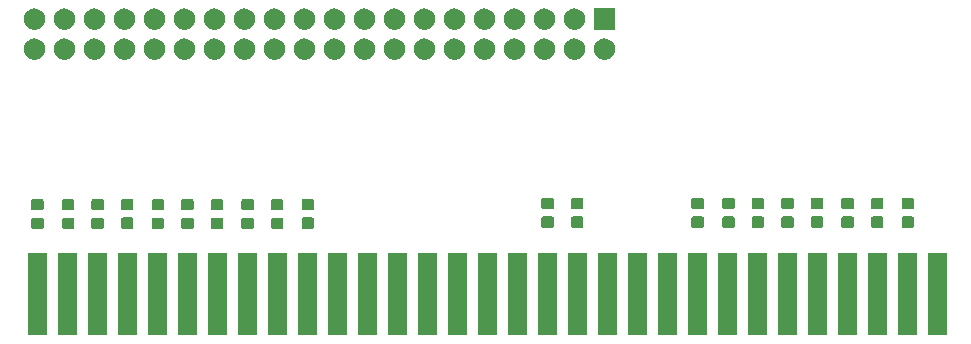
<source format=gbr>
G04 #@! TF.GenerationSoftware,KiCad,Pcbnew,(5.1.5)-3*
G04 #@! TF.CreationDate,2021-07-01T18:35:26+03:00*
G04 #@! TF.ProjectId,ISARPi,49534152-5069-42e6-9b69-6361645f7063,rev?*
G04 #@! TF.SameCoordinates,Original*
G04 #@! TF.FileFunction,Soldermask,Top*
G04 #@! TF.FilePolarity,Negative*
%FSLAX46Y46*%
G04 Gerber Fmt 4.6, Leading zero omitted, Abs format (unit mm)*
G04 Created by KiCad (PCBNEW (5.1.5)-3) date 2021-07-01 18:35:26*
%MOMM*%
%LPD*%
G04 APERTURE LIST*
%ADD10C,0.100000*%
G04 APERTURE END LIST*
D10*
G36*
X158753000Y-93861000D02*
G01*
X157127000Y-93861000D01*
X157127000Y-86901000D01*
X158753000Y-86901000D01*
X158753000Y-93861000D01*
G37*
G36*
X130813000Y-93861000D02*
G01*
X129187000Y-93861000D01*
X129187000Y-86901000D01*
X130813000Y-86901000D01*
X130813000Y-93861000D01*
G37*
G36*
X168913000Y-93861000D02*
G01*
X167287000Y-93861000D01*
X167287000Y-86901000D01*
X168913000Y-86901000D01*
X168913000Y-93861000D01*
G37*
G36*
X163833000Y-93861000D02*
G01*
X162207000Y-93861000D01*
X162207000Y-86901000D01*
X163833000Y-86901000D01*
X163833000Y-93861000D01*
G37*
G36*
X161293000Y-93861000D02*
G01*
X159667000Y-93861000D01*
X159667000Y-86901000D01*
X161293000Y-86901000D01*
X161293000Y-93861000D01*
G37*
G36*
X156213000Y-93861000D02*
G01*
X154587000Y-93861000D01*
X154587000Y-86901000D01*
X156213000Y-86901000D01*
X156213000Y-93861000D01*
G37*
G36*
X153673000Y-93861000D02*
G01*
X152047000Y-93861000D01*
X152047000Y-86901000D01*
X153673000Y-86901000D01*
X153673000Y-93861000D01*
G37*
G36*
X151133000Y-93861000D02*
G01*
X149507000Y-93861000D01*
X149507000Y-86901000D01*
X151133000Y-86901000D01*
X151133000Y-93861000D01*
G37*
G36*
X148593000Y-93861000D02*
G01*
X146967000Y-93861000D01*
X146967000Y-86901000D01*
X148593000Y-86901000D01*
X148593000Y-93861000D01*
G37*
G36*
X146053000Y-93861000D02*
G01*
X144427000Y-93861000D01*
X144427000Y-86901000D01*
X146053000Y-86901000D01*
X146053000Y-93861000D01*
G37*
G36*
X143513000Y-93861000D02*
G01*
X141887000Y-93861000D01*
X141887000Y-86901000D01*
X143513000Y-86901000D01*
X143513000Y-93861000D01*
G37*
G36*
X140973000Y-93861000D02*
G01*
X139347000Y-93861000D01*
X139347000Y-86901000D01*
X140973000Y-86901000D01*
X140973000Y-93861000D01*
G37*
G36*
X138433000Y-93861000D02*
G01*
X136807000Y-93861000D01*
X136807000Y-86901000D01*
X138433000Y-86901000D01*
X138433000Y-93861000D01*
G37*
G36*
X135893000Y-93861000D02*
G01*
X134267000Y-93861000D01*
X134267000Y-86901000D01*
X135893000Y-86901000D01*
X135893000Y-93861000D01*
G37*
G36*
X133353000Y-93861000D02*
G01*
X131727000Y-93861000D01*
X131727000Y-86901000D01*
X133353000Y-86901000D01*
X133353000Y-93861000D01*
G37*
G36*
X166373000Y-93861000D02*
G01*
X164747000Y-93861000D01*
X164747000Y-86901000D01*
X166373000Y-86901000D01*
X166373000Y-93861000D01*
G37*
G36*
X125733000Y-93861000D02*
G01*
X124107000Y-93861000D01*
X124107000Y-86901000D01*
X125733000Y-86901000D01*
X125733000Y-93861000D01*
G37*
G36*
X92713000Y-93861000D02*
G01*
X91087000Y-93861000D01*
X91087000Y-86901000D01*
X92713000Y-86901000D01*
X92713000Y-93861000D01*
G37*
G36*
X95253000Y-93861000D02*
G01*
X93627000Y-93861000D01*
X93627000Y-86901000D01*
X95253000Y-86901000D01*
X95253000Y-93861000D01*
G37*
G36*
X97793000Y-93861000D02*
G01*
X96167000Y-93861000D01*
X96167000Y-86901000D01*
X97793000Y-86901000D01*
X97793000Y-93861000D01*
G37*
G36*
X100333000Y-93861000D02*
G01*
X98707000Y-93861000D01*
X98707000Y-86901000D01*
X100333000Y-86901000D01*
X100333000Y-93861000D01*
G37*
G36*
X102873000Y-93861000D02*
G01*
X101247000Y-93861000D01*
X101247000Y-86901000D01*
X102873000Y-86901000D01*
X102873000Y-93861000D01*
G37*
G36*
X105413000Y-93861000D02*
G01*
X103787000Y-93861000D01*
X103787000Y-86901000D01*
X105413000Y-86901000D01*
X105413000Y-93861000D01*
G37*
G36*
X107953000Y-93861000D02*
G01*
X106327000Y-93861000D01*
X106327000Y-86901000D01*
X107953000Y-86901000D01*
X107953000Y-93861000D01*
G37*
G36*
X113033000Y-93861000D02*
G01*
X111407000Y-93861000D01*
X111407000Y-86901000D01*
X113033000Y-86901000D01*
X113033000Y-93861000D01*
G37*
G36*
X128273000Y-93861000D02*
G01*
X126647000Y-93861000D01*
X126647000Y-86901000D01*
X128273000Y-86901000D01*
X128273000Y-93861000D01*
G37*
G36*
X123193000Y-93861000D02*
G01*
X121567000Y-93861000D01*
X121567000Y-86901000D01*
X123193000Y-86901000D01*
X123193000Y-93861000D01*
G37*
G36*
X120653000Y-93861000D02*
G01*
X119027000Y-93861000D01*
X119027000Y-86901000D01*
X120653000Y-86901000D01*
X120653000Y-93861000D01*
G37*
G36*
X110493000Y-93861000D02*
G01*
X108867000Y-93861000D01*
X108867000Y-86901000D01*
X110493000Y-86901000D01*
X110493000Y-93861000D01*
G37*
G36*
X115573000Y-93861000D02*
G01*
X113947000Y-93861000D01*
X113947000Y-86901000D01*
X115573000Y-86901000D01*
X115573000Y-93861000D01*
G37*
G36*
X118113000Y-93861000D02*
G01*
X116487000Y-93861000D01*
X116487000Y-86901000D01*
X118113000Y-86901000D01*
X118113000Y-93861000D01*
G37*
G36*
X94879591Y-83903085D02*
G01*
X94913569Y-83913393D01*
X94944890Y-83930134D01*
X94972339Y-83952661D01*
X94994866Y-83980110D01*
X95011607Y-84011431D01*
X95021915Y-84045409D01*
X95026000Y-84086890D01*
X95026000Y-84688110D01*
X95021915Y-84729591D01*
X95011607Y-84763569D01*
X94994866Y-84794890D01*
X94972339Y-84822339D01*
X94944890Y-84844866D01*
X94913569Y-84861607D01*
X94879591Y-84871915D01*
X94838110Y-84876000D01*
X94161890Y-84876000D01*
X94120409Y-84871915D01*
X94086431Y-84861607D01*
X94055110Y-84844866D01*
X94027661Y-84822339D01*
X94005134Y-84794890D01*
X93988393Y-84763569D01*
X93978085Y-84729591D01*
X93974000Y-84688110D01*
X93974000Y-84086890D01*
X93978085Y-84045409D01*
X93988393Y-84011431D01*
X94005134Y-83980110D01*
X94027661Y-83952661D01*
X94055110Y-83930134D01*
X94086431Y-83913393D01*
X94120409Y-83903085D01*
X94161890Y-83899000D01*
X94838110Y-83899000D01*
X94879591Y-83903085D01*
G37*
G36*
X92279591Y-83903085D02*
G01*
X92313569Y-83913393D01*
X92344890Y-83930134D01*
X92372339Y-83952661D01*
X92394866Y-83980110D01*
X92411607Y-84011431D01*
X92421915Y-84045409D01*
X92426000Y-84086890D01*
X92426000Y-84688110D01*
X92421915Y-84729591D01*
X92411607Y-84763569D01*
X92394866Y-84794890D01*
X92372339Y-84822339D01*
X92344890Y-84844866D01*
X92313569Y-84861607D01*
X92279591Y-84871915D01*
X92238110Y-84876000D01*
X91561890Y-84876000D01*
X91520409Y-84871915D01*
X91486431Y-84861607D01*
X91455110Y-84844866D01*
X91427661Y-84822339D01*
X91405134Y-84794890D01*
X91388393Y-84763569D01*
X91378085Y-84729591D01*
X91374000Y-84688110D01*
X91374000Y-84086890D01*
X91378085Y-84045409D01*
X91388393Y-84011431D01*
X91405134Y-83980110D01*
X91427661Y-83952661D01*
X91455110Y-83930134D01*
X91486431Y-83913393D01*
X91520409Y-83903085D01*
X91561890Y-83899000D01*
X92238110Y-83899000D01*
X92279591Y-83903085D01*
G37*
G36*
X97379591Y-83903085D02*
G01*
X97413569Y-83913393D01*
X97444890Y-83930134D01*
X97472339Y-83952661D01*
X97494866Y-83980110D01*
X97511607Y-84011431D01*
X97521915Y-84045409D01*
X97526000Y-84086890D01*
X97526000Y-84688110D01*
X97521915Y-84729591D01*
X97511607Y-84763569D01*
X97494866Y-84794890D01*
X97472339Y-84822339D01*
X97444890Y-84844866D01*
X97413569Y-84861607D01*
X97379591Y-84871915D01*
X97338110Y-84876000D01*
X96661890Y-84876000D01*
X96620409Y-84871915D01*
X96586431Y-84861607D01*
X96555110Y-84844866D01*
X96527661Y-84822339D01*
X96505134Y-84794890D01*
X96488393Y-84763569D01*
X96478085Y-84729591D01*
X96474000Y-84688110D01*
X96474000Y-84086890D01*
X96478085Y-84045409D01*
X96488393Y-84011431D01*
X96505134Y-83980110D01*
X96527661Y-83952661D01*
X96555110Y-83930134D01*
X96586431Y-83913393D01*
X96620409Y-83903085D01*
X96661890Y-83899000D01*
X97338110Y-83899000D01*
X97379591Y-83903085D01*
G37*
G36*
X102479591Y-83903085D02*
G01*
X102513569Y-83913393D01*
X102544890Y-83930134D01*
X102572339Y-83952661D01*
X102594866Y-83980110D01*
X102611607Y-84011431D01*
X102621915Y-84045409D01*
X102626000Y-84086890D01*
X102626000Y-84688110D01*
X102621915Y-84729591D01*
X102611607Y-84763569D01*
X102594866Y-84794890D01*
X102572339Y-84822339D01*
X102544890Y-84844866D01*
X102513569Y-84861607D01*
X102479591Y-84871915D01*
X102438110Y-84876000D01*
X101761890Y-84876000D01*
X101720409Y-84871915D01*
X101686431Y-84861607D01*
X101655110Y-84844866D01*
X101627661Y-84822339D01*
X101605134Y-84794890D01*
X101588393Y-84763569D01*
X101578085Y-84729591D01*
X101574000Y-84688110D01*
X101574000Y-84086890D01*
X101578085Y-84045409D01*
X101588393Y-84011431D01*
X101605134Y-83980110D01*
X101627661Y-83952661D01*
X101655110Y-83930134D01*
X101686431Y-83913393D01*
X101720409Y-83903085D01*
X101761890Y-83899000D01*
X102438110Y-83899000D01*
X102479591Y-83903085D01*
G37*
G36*
X104979591Y-83903085D02*
G01*
X105013569Y-83913393D01*
X105044890Y-83930134D01*
X105072339Y-83952661D01*
X105094866Y-83980110D01*
X105111607Y-84011431D01*
X105121915Y-84045409D01*
X105126000Y-84086890D01*
X105126000Y-84688110D01*
X105121915Y-84729591D01*
X105111607Y-84763569D01*
X105094866Y-84794890D01*
X105072339Y-84822339D01*
X105044890Y-84844866D01*
X105013569Y-84861607D01*
X104979591Y-84871915D01*
X104938110Y-84876000D01*
X104261890Y-84876000D01*
X104220409Y-84871915D01*
X104186431Y-84861607D01*
X104155110Y-84844866D01*
X104127661Y-84822339D01*
X104105134Y-84794890D01*
X104088393Y-84763569D01*
X104078085Y-84729591D01*
X104074000Y-84688110D01*
X104074000Y-84086890D01*
X104078085Y-84045409D01*
X104088393Y-84011431D01*
X104105134Y-83980110D01*
X104127661Y-83952661D01*
X104155110Y-83930134D01*
X104186431Y-83913393D01*
X104220409Y-83903085D01*
X104261890Y-83899000D01*
X104938110Y-83899000D01*
X104979591Y-83903085D01*
G37*
G36*
X107479591Y-83903085D02*
G01*
X107513569Y-83913393D01*
X107544890Y-83930134D01*
X107572339Y-83952661D01*
X107594866Y-83980110D01*
X107611607Y-84011431D01*
X107621915Y-84045409D01*
X107626000Y-84086890D01*
X107626000Y-84688110D01*
X107621915Y-84729591D01*
X107611607Y-84763569D01*
X107594866Y-84794890D01*
X107572339Y-84822339D01*
X107544890Y-84844866D01*
X107513569Y-84861607D01*
X107479591Y-84871915D01*
X107438110Y-84876000D01*
X106761890Y-84876000D01*
X106720409Y-84871915D01*
X106686431Y-84861607D01*
X106655110Y-84844866D01*
X106627661Y-84822339D01*
X106605134Y-84794890D01*
X106588393Y-84763569D01*
X106578085Y-84729591D01*
X106574000Y-84688110D01*
X106574000Y-84086890D01*
X106578085Y-84045409D01*
X106588393Y-84011431D01*
X106605134Y-83980110D01*
X106627661Y-83952661D01*
X106655110Y-83930134D01*
X106686431Y-83913393D01*
X106720409Y-83903085D01*
X106761890Y-83899000D01*
X107438110Y-83899000D01*
X107479591Y-83903085D01*
G37*
G36*
X110079591Y-83903085D02*
G01*
X110113569Y-83913393D01*
X110144890Y-83930134D01*
X110172339Y-83952661D01*
X110194866Y-83980110D01*
X110211607Y-84011431D01*
X110221915Y-84045409D01*
X110226000Y-84086890D01*
X110226000Y-84688110D01*
X110221915Y-84729591D01*
X110211607Y-84763569D01*
X110194866Y-84794890D01*
X110172339Y-84822339D01*
X110144890Y-84844866D01*
X110113569Y-84861607D01*
X110079591Y-84871915D01*
X110038110Y-84876000D01*
X109361890Y-84876000D01*
X109320409Y-84871915D01*
X109286431Y-84861607D01*
X109255110Y-84844866D01*
X109227661Y-84822339D01*
X109205134Y-84794890D01*
X109188393Y-84763569D01*
X109178085Y-84729591D01*
X109174000Y-84688110D01*
X109174000Y-84086890D01*
X109178085Y-84045409D01*
X109188393Y-84011431D01*
X109205134Y-83980110D01*
X109227661Y-83952661D01*
X109255110Y-83930134D01*
X109286431Y-83913393D01*
X109320409Y-83903085D01*
X109361890Y-83899000D01*
X110038110Y-83899000D01*
X110079591Y-83903085D01*
G37*
G36*
X112579591Y-83903085D02*
G01*
X112613569Y-83913393D01*
X112644890Y-83930134D01*
X112672339Y-83952661D01*
X112694866Y-83980110D01*
X112711607Y-84011431D01*
X112721915Y-84045409D01*
X112726000Y-84086890D01*
X112726000Y-84688110D01*
X112721915Y-84729591D01*
X112711607Y-84763569D01*
X112694866Y-84794890D01*
X112672339Y-84822339D01*
X112644890Y-84844866D01*
X112613569Y-84861607D01*
X112579591Y-84871915D01*
X112538110Y-84876000D01*
X111861890Y-84876000D01*
X111820409Y-84871915D01*
X111786431Y-84861607D01*
X111755110Y-84844866D01*
X111727661Y-84822339D01*
X111705134Y-84794890D01*
X111688393Y-84763569D01*
X111678085Y-84729591D01*
X111674000Y-84688110D01*
X111674000Y-84086890D01*
X111678085Y-84045409D01*
X111688393Y-84011431D01*
X111705134Y-83980110D01*
X111727661Y-83952661D01*
X111755110Y-83930134D01*
X111786431Y-83913393D01*
X111820409Y-83903085D01*
X111861890Y-83899000D01*
X112538110Y-83899000D01*
X112579591Y-83903085D01*
G37*
G36*
X115179591Y-83890585D02*
G01*
X115213569Y-83900893D01*
X115244890Y-83917634D01*
X115272339Y-83940161D01*
X115294866Y-83967610D01*
X115311607Y-83998931D01*
X115321915Y-84032909D01*
X115326000Y-84074390D01*
X115326000Y-84675610D01*
X115321915Y-84717091D01*
X115311607Y-84751069D01*
X115294866Y-84782390D01*
X115272339Y-84809839D01*
X115244890Y-84832366D01*
X115213569Y-84849107D01*
X115179591Y-84859415D01*
X115138110Y-84863500D01*
X114461890Y-84863500D01*
X114420409Y-84859415D01*
X114386431Y-84849107D01*
X114355110Y-84832366D01*
X114327661Y-84809839D01*
X114305134Y-84782390D01*
X114288393Y-84751069D01*
X114278085Y-84717091D01*
X114274000Y-84675610D01*
X114274000Y-84074390D01*
X114278085Y-84032909D01*
X114288393Y-83998931D01*
X114305134Y-83967610D01*
X114327661Y-83940161D01*
X114355110Y-83917634D01*
X114386431Y-83900893D01*
X114420409Y-83890585D01*
X114461890Y-83886500D01*
X115138110Y-83886500D01*
X115179591Y-83890585D01*
G37*
G36*
X99879591Y-83890585D02*
G01*
X99913569Y-83900893D01*
X99944890Y-83917634D01*
X99972339Y-83940161D01*
X99994866Y-83967610D01*
X100011607Y-83998931D01*
X100021915Y-84032909D01*
X100026000Y-84074390D01*
X100026000Y-84675610D01*
X100021915Y-84717091D01*
X100011607Y-84751069D01*
X99994866Y-84782390D01*
X99972339Y-84809839D01*
X99944890Y-84832366D01*
X99913569Y-84849107D01*
X99879591Y-84859415D01*
X99838110Y-84863500D01*
X99161890Y-84863500D01*
X99120409Y-84859415D01*
X99086431Y-84849107D01*
X99055110Y-84832366D01*
X99027661Y-84809839D01*
X99005134Y-84782390D01*
X98988393Y-84751069D01*
X98978085Y-84717091D01*
X98974000Y-84675610D01*
X98974000Y-84074390D01*
X98978085Y-84032909D01*
X98988393Y-83998931D01*
X99005134Y-83967610D01*
X99027661Y-83940161D01*
X99055110Y-83917634D01*
X99086431Y-83900893D01*
X99120409Y-83890585D01*
X99161890Y-83886500D01*
X99838110Y-83886500D01*
X99879591Y-83890585D01*
G37*
G36*
X155779591Y-83803085D02*
G01*
X155813569Y-83813393D01*
X155844890Y-83830134D01*
X155872339Y-83852661D01*
X155894866Y-83880110D01*
X155911607Y-83911431D01*
X155921915Y-83945409D01*
X155926000Y-83986890D01*
X155926000Y-84588110D01*
X155921915Y-84629591D01*
X155911607Y-84663569D01*
X155894866Y-84694890D01*
X155872339Y-84722339D01*
X155844890Y-84744866D01*
X155813569Y-84761607D01*
X155779591Y-84771915D01*
X155738110Y-84776000D01*
X155061890Y-84776000D01*
X155020409Y-84771915D01*
X154986431Y-84761607D01*
X154955110Y-84744866D01*
X154927661Y-84722339D01*
X154905134Y-84694890D01*
X154888393Y-84663569D01*
X154878085Y-84629591D01*
X154874000Y-84588110D01*
X154874000Y-83986890D01*
X154878085Y-83945409D01*
X154888393Y-83911431D01*
X154905134Y-83880110D01*
X154927661Y-83852661D01*
X154955110Y-83830134D01*
X154986431Y-83813393D01*
X155020409Y-83803085D01*
X155061890Y-83799000D01*
X155738110Y-83799000D01*
X155779591Y-83803085D01*
G37*
G36*
X148179591Y-83803085D02*
G01*
X148213569Y-83813393D01*
X148244890Y-83830134D01*
X148272339Y-83852661D01*
X148294866Y-83880110D01*
X148311607Y-83911431D01*
X148321915Y-83945409D01*
X148326000Y-83986890D01*
X148326000Y-84588110D01*
X148321915Y-84629591D01*
X148311607Y-84663569D01*
X148294866Y-84694890D01*
X148272339Y-84722339D01*
X148244890Y-84744866D01*
X148213569Y-84761607D01*
X148179591Y-84771915D01*
X148138110Y-84776000D01*
X147461890Y-84776000D01*
X147420409Y-84771915D01*
X147386431Y-84761607D01*
X147355110Y-84744866D01*
X147327661Y-84722339D01*
X147305134Y-84694890D01*
X147288393Y-84663569D01*
X147278085Y-84629591D01*
X147274000Y-84588110D01*
X147274000Y-83986890D01*
X147278085Y-83945409D01*
X147288393Y-83911431D01*
X147305134Y-83880110D01*
X147327661Y-83852661D01*
X147355110Y-83830134D01*
X147386431Y-83813393D01*
X147420409Y-83803085D01*
X147461890Y-83799000D01*
X148138110Y-83799000D01*
X148179591Y-83803085D01*
G37*
G36*
X150779591Y-83803085D02*
G01*
X150813569Y-83813393D01*
X150844890Y-83830134D01*
X150872339Y-83852661D01*
X150894866Y-83880110D01*
X150911607Y-83911431D01*
X150921915Y-83945409D01*
X150926000Y-83986890D01*
X150926000Y-84588110D01*
X150921915Y-84629591D01*
X150911607Y-84663569D01*
X150894866Y-84694890D01*
X150872339Y-84722339D01*
X150844890Y-84744866D01*
X150813569Y-84761607D01*
X150779591Y-84771915D01*
X150738110Y-84776000D01*
X150061890Y-84776000D01*
X150020409Y-84771915D01*
X149986431Y-84761607D01*
X149955110Y-84744866D01*
X149927661Y-84722339D01*
X149905134Y-84694890D01*
X149888393Y-84663569D01*
X149878085Y-84629591D01*
X149874000Y-84588110D01*
X149874000Y-83986890D01*
X149878085Y-83945409D01*
X149888393Y-83911431D01*
X149905134Y-83880110D01*
X149927661Y-83852661D01*
X149955110Y-83830134D01*
X149986431Y-83813393D01*
X150020409Y-83803085D01*
X150061890Y-83799000D01*
X150738110Y-83799000D01*
X150779591Y-83803085D01*
G37*
G36*
X135479591Y-83803085D02*
G01*
X135513569Y-83813393D01*
X135544890Y-83830134D01*
X135572339Y-83852661D01*
X135594866Y-83880110D01*
X135611607Y-83911431D01*
X135621915Y-83945409D01*
X135626000Y-83986890D01*
X135626000Y-84588110D01*
X135621915Y-84629591D01*
X135611607Y-84663569D01*
X135594866Y-84694890D01*
X135572339Y-84722339D01*
X135544890Y-84744866D01*
X135513569Y-84761607D01*
X135479591Y-84771915D01*
X135438110Y-84776000D01*
X134761890Y-84776000D01*
X134720409Y-84771915D01*
X134686431Y-84761607D01*
X134655110Y-84744866D01*
X134627661Y-84722339D01*
X134605134Y-84694890D01*
X134588393Y-84663569D01*
X134578085Y-84629591D01*
X134574000Y-84588110D01*
X134574000Y-83986890D01*
X134578085Y-83945409D01*
X134588393Y-83911431D01*
X134605134Y-83880110D01*
X134627661Y-83852661D01*
X134655110Y-83830134D01*
X134686431Y-83813393D01*
X134720409Y-83803085D01*
X134761890Y-83799000D01*
X135438110Y-83799000D01*
X135479591Y-83803085D01*
G37*
G36*
X137979591Y-83803085D02*
G01*
X138013569Y-83813393D01*
X138044890Y-83830134D01*
X138072339Y-83852661D01*
X138094866Y-83880110D01*
X138111607Y-83911431D01*
X138121915Y-83945409D01*
X138126000Y-83986890D01*
X138126000Y-84588110D01*
X138121915Y-84629591D01*
X138111607Y-84663569D01*
X138094866Y-84694890D01*
X138072339Y-84722339D01*
X138044890Y-84744866D01*
X138013569Y-84761607D01*
X137979591Y-84771915D01*
X137938110Y-84776000D01*
X137261890Y-84776000D01*
X137220409Y-84771915D01*
X137186431Y-84761607D01*
X137155110Y-84744866D01*
X137127661Y-84722339D01*
X137105134Y-84694890D01*
X137088393Y-84663569D01*
X137078085Y-84629591D01*
X137074000Y-84588110D01*
X137074000Y-83986890D01*
X137078085Y-83945409D01*
X137088393Y-83911431D01*
X137105134Y-83880110D01*
X137127661Y-83852661D01*
X137155110Y-83830134D01*
X137186431Y-83813393D01*
X137220409Y-83803085D01*
X137261890Y-83799000D01*
X137938110Y-83799000D01*
X137979591Y-83803085D01*
G37*
G36*
X153279591Y-83803085D02*
G01*
X153313569Y-83813393D01*
X153344890Y-83830134D01*
X153372339Y-83852661D01*
X153394866Y-83880110D01*
X153411607Y-83911431D01*
X153421915Y-83945409D01*
X153426000Y-83986890D01*
X153426000Y-84588110D01*
X153421915Y-84629591D01*
X153411607Y-84663569D01*
X153394866Y-84694890D01*
X153372339Y-84722339D01*
X153344890Y-84744866D01*
X153313569Y-84761607D01*
X153279591Y-84771915D01*
X153238110Y-84776000D01*
X152561890Y-84776000D01*
X152520409Y-84771915D01*
X152486431Y-84761607D01*
X152455110Y-84744866D01*
X152427661Y-84722339D01*
X152405134Y-84694890D01*
X152388393Y-84663569D01*
X152378085Y-84629591D01*
X152374000Y-84588110D01*
X152374000Y-83986890D01*
X152378085Y-83945409D01*
X152388393Y-83911431D01*
X152405134Y-83880110D01*
X152427661Y-83852661D01*
X152455110Y-83830134D01*
X152486431Y-83813393D01*
X152520409Y-83803085D01*
X152561890Y-83799000D01*
X153238110Y-83799000D01*
X153279591Y-83803085D01*
G37*
G36*
X165979591Y-83803085D02*
G01*
X166013569Y-83813393D01*
X166044890Y-83830134D01*
X166072339Y-83852661D01*
X166094866Y-83880110D01*
X166111607Y-83911431D01*
X166121915Y-83945409D01*
X166126000Y-83986890D01*
X166126000Y-84588110D01*
X166121915Y-84629591D01*
X166111607Y-84663569D01*
X166094866Y-84694890D01*
X166072339Y-84722339D01*
X166044890Y-84744866D01*
X166013569Y-84761607D01*
X165979591Y-84771915D01*
X165938110Y-84776000D01*
X165261890Y-84776000D01*
X165220409Y-84771915D01*
X165186431Y-84761607D01*
X165155110Y-84744866D01*
X165127661Y-84722339D01*
X165105134Y-84694890D01*
X165088393Y-84663569D01*
X165078085Y-84629591D01*
X165074000Y-84588110D01*
X165074000Y-83986890D01*
X165078085Y-83945409D01*
X165088393Y-83911431D01*
X165105134Y-83880110D01*
X165127661Y-83852661D01*
X165155110Y-83830134D01*
X165186431Y-83813393D01*
X165220409Y-83803085D01*
X165261890Y-83799000D01*
X165938110Y-83799000D01*
X165979591Y-83803085D01*
G37*
G36*
X163379591Y-83803085D02*
G01*
X163413569Y-83813393D01*
X163444890Y-83830134D01*
X163472339Y-83852661D01*
X163494866Y-83880110D01*
X163511607Y-83911431D01*
X163521915Y-83945409D01*
X163526000Y-83986890D01*
X163526000Y-84588110D01*
X163521915Y-84629591D01*
X163511607Y-84663569D01*
X163494866Y-84694890D01*
X163472339Y-84722339D01*
X163444890Y-84744866D01*
X163413569Y-84761607D01*
X163379591Y-84771915D01*
X163338110Y-84776000D01*
X162661890Y-84776000D01*
X162620409Y-84771915D01*
X162586431Y-84761607D01*
X162555110Y-84744866D01*
X162527661Y-84722339D01*
X162505134Y-84694890D01*
X162488393Y-84663569D01*
X162478085Y-84629591D01*
X162474000Y-84588110D01*
X162474000Y-83986890D01*
X162478085Y-83945409D01*
X162488393Y-83911431D01*
X162505134Y-83880110D01*
X162527661Y-83852661D01*
X162555110Y-83830134D01*
X162586431Y-83813393D01*
X162620409Y-83803085D01*
X162661890Y-83799000D01*
X163338110Y-83799000D01*
X163379591Y-83803085D01*
G37*
G36*
X160879591Y-83803085D02*
G01*
X160913569Y-83813393D01*
X160944890Y-83830134D01*
X160972339Y-83852661D01*
X160994866Y-83880110D01*
X161011607Y-83911431D01*
X161021915Y-83945409D01*
X161026000Y-83986890D01*
X161026000Y-84588110D01*
X161021915Y-84629591D01*
X161011607Y-84663569D01*
X160994866Y-84694890D01*
X160972339Y-84722339D01*
X160944890Y-84744866D01*
X160913569Y-84761607D01*
X160879591Y-84771915D01*
X160838110Y-84776000D01*
X160161890Y-84776000D01*
X160120409Y-84771915D01*
X160086431Y-84761607D01*
X160055110Y-84744866D01*
X160027661Y-84722339D01*
X160005134Y-84694890D01*
X159988393Y-84663569D01*
X159978085Y-84629591D01*
X159974000Y-84588110D01*
X159974000Y-83986890D01*
X159978085Y-83945409D01*
X159988393Y-83911431D01*
X160005134Y-83880110D01*
X160027661Y-83852661D01*
X160055110Y-83830134D01*
X160086431Y-83813393D01*
X160120409Y-83803085D01*
X160161890Y-83799000D01*
X160838110Y-83799000D01*
X160879591Y-83803085D01*
G37*
G36*
X158279591Y-83790585D02*
G01*
X158313569Y-83800893D01*
X158344890Y-83817634D01*
X158372339Y-83840161D01*
X158394866Y-83867610D01*
X158411607Y-83898931D01*
X158421915Y-83932909D01*
X158426000Y-83974390D01*
X158426000Y-84575610D01*
X158421915Y-84617091D01*
X158411607Y-84651069D01*
X158394866Y-84682390D01*
X158372339Y-84709839D01*
X158344890Y-84732366D01*
X158313569Y-84749107D01*
X158279591Y-84759415D01*
X158238110Y-84763500D01*
X157561890Y-84763500D01*
X157520409Y-84759415D01*
X157486431Y-84749107D01*
X157455110Y-84732366D01*
X157427661Y-84709839D01*
X157405134Y-84682390D01*
X157388393Y-84651069D01*
X157378085Y-84617091D01*
X157374000Y-84575610D01*
X157374000Y-83974390D01*
X157378085Y-83932909D01*
X157388393Y-83898931D01*
X157405134Y-83867610D01*
X157427661Y-83840161D01*
X157455110Y-83817634D01*
X157486431Y-83800893D01*
X157520409Y-83790585D01*
X157561890Y-83786500D01*
X158238110Y-83786500D01*
X158279591Y-83790585D01*
G37*
G36*
X92279591Y-82328085D02*
G01*
X92313569Y-82338393D01*
X92344890Y-82355134D01*
X92372339Y-82377661D01*
X92394866Y-82405110D01*
X92411607Y-82436431D01*
X92421915Y-82470409D01*
X92426000Y-82511890D01*
X92426000Y-83113110D01*
X92421915Y-83154591D01*
X92411607Y-83188569D01*
X92394866Y-83219890D01*
X92372339Y-83247339D01*
X92344890Y-83269866D01*
X92313569Y-83286607D01*
X92279591Y-83296915D01*
X92238110Y-83301000D01*
X91561890Y-83301000D01*
X91520409Y-83296915D01*
X91486431Y-83286607D01*
X91455110Y-83269866D01*
X91427661Y-83247339D01*
X91405134Y-83219890D01*
X91388393Y-83188569D01*
X91378085Y-83154591D01*
X91374000Y-83113110D01*
X91374000Y-82511890D01*
X91378085Y-82470409D01*
X91388393Y-82436431D01*
X91405134Y-82405110D01*
X91427661Y-82377661D01*
X91455110Y-82355134D01*
X91486431Y-82338393D01*
X91520409Y-82328085D01*
X91561890Y-82324000D01*
X92238110Y-82324000D01*
X92279591Y-82328085D01*
G37*
G36*
X94879591Y-82328085D02*
G01*
X94913569Y-82338393D01*
X94944890Y-82355134D01*
X94972339Y-82377661D01*
X94994866Y-82405110D01*
X95011607Y-82436431D01*
X95021915Y-82470409D01*
X95026000Y-82511890D01*
X95026000Y-83113110D01*
X95021915Y-83154591D01*
X95011607Y-83188569D01*
X94994866Y-83219890D01*
X94972339Y-83247339D01*
X94944890Y-83269866D01*
X94913569Y-83286607D01*
X94879591Y-83296915D01*
X94838110Y-83301000D01*
X94161890Y-83301000D01*
X94120409Y-83296915D01*
X94086431Y-83286607D01*
X94055110Y-83269866D01*
X94027661Y-83247339D01*
X94005134Y-83219890D01*
X93988393Y-83188569D01*
X93978085Y-83154591D01*
X93974000Y-83113110D01*
X93974000Y-82511890D01*
X93978085Y-82470409D01*
X93988393Y-82436431D01*
X94005134Y-82405110D01*
X94027661Y-82377661D01*
X94055110Y-82355134D01*
X94086431Y-82338393D01*
X94120409Y-82328085D01*
X94161890Y-82324000D01*
X94838110Y-82324000D01*
X94879591Y-82328085D01*
G37*
G36*
X97379591Y-82328085D02*
G01*
X97413569Y-82338393D01*
X97444890Y-82355134D01*
X97472339Y-82377661D01*
X97494866Y-82405110D01*
X97511607Y-82436431D01*
X97521915Y-82470409D01*
X97526000Y-82511890D01*
X97526000Y-83113110D01*
X97521915Y-83154591D01*
X97511607Y-83188569D01*
X97494866Y-83219890D01*
X97472339Y-83247339D01*
X97444890Y-83269866D01*
X97413569Y-83286607D01*
X97379591Y-83296915D01*
X97338110Y-83301000D01*
X96661890Y-83301000D01*
X96620409Y-83296915D01*
X96586431Y-83286607D01*
X96555110Y-83269866D01*
X96527661Y-83247339D01*
X96505134Y-83219890D01*
X96488393Y-83188569D01*
X96478085Y-83154591D01*
X96474000Y-83113110D01*
X96474000Y-82511890D01*
X96478085Y-82470409D01*
X96488393Y-82436431D01*
X96505134Y-82405110D01*
X96527661Y-82377661D01*
X96555110Y-82355134D01*
X96586431Y-82338393D01*
X96620409Y-82328085D01*
X96661890Y-82324000D01*
X97338110Y-82324000D01*
X97379591Y-82328085D01*
G37*
G36*
X112579591Y-82328085D02*
G01*
X112613569Y-82338393D01*
X112644890Y-82355134D01*
X112672339Y-82377661D01*
X112694866Y-82405110D01*
X112711607Y-82436431D01*
X112721915Y-82470409D01*
X112726000Y-82511890D01*
X112726000Y-83113110D01*
X112721915Y-83154591D01*
X112711607Y-83188569D01*
X112694866Y-83219890D01*
X112672339Y-83247339D01*
X112644890Y-83269866D01*
X112613569Y-83286607D01*
X112579591Y-83296915D01*
X112538110Y-83301000D01*
X111861890Y-83301000D01*
X111820409Y-83296915D01*
X111786431Y-83286607D01*
X111755110Y-83269866D01*
X111727661Y-83247339D01*
X111705134Y-83219890D01*
X111688393Y-83188569D01*
X111678085Y-83154591D01*
X111674000Y-83113110D01*
X111674000Y-82511890D01*
X111678085Y-82470409D01*
X111688393Y-82436431D01*
X111705134Y-82405110D01*
X111727661Y-82377661D01*
X111755110Y-82355134D01*
X111786431Y-82338393D01*
X111820409Y-82328085D01*
X111861890Y-82324000D01*
X112538110Y-82324000D01*
X112579591Y-82328085D01*
G37*
G36*
X110079591Y-82328085D02*
G01*
X110113569Y-82338393D01*
X110144890Y-82355134D01*
X110172339Y-82377661D01*
X110194866Y-82405110D01*
X110211607Y-82436431D01*
X110221915Y-82470409D01*
X110226000Y-82511890D01*
X110226000Y-83113110D01*
X110221915Y-83154591D01*
X110211607Y-83188569D01*
X110194866Y-83219890D01*
X110172339Y-83247339D01*
X110144890Y-83269866D01*
X110113569Y-83286607D01*
X110079591Y-83296915D01*
X110038110Y-83301000D01*
X109361890Y-83301000D01*
X109320409Y-83296915D01*
X109286431Y-83286607D01*
X109255110Y-83269866D01*
X109227661Y-83247339D01*
X109205134Y-83219890D01*
X109188393Y-83188569D01*
X109178085Y-83154591D01*
X109174000Y-83113110D01*
X109174000Y-82511890D01*
X109178085Y-82470409D01*
X109188393Y-82436431D01*
X109205134Y-82405110D01*
X109227661Y-82377661D01*
X109255110Y-82355134D01*
X109286431Y-82338393D01*
X109320409Y-82328085D01*
X109361890Y-82324000D01*
X110038110Y-82324000D01*
X110079591Y-82328085D01*
G37*
G36*
X102479591Y-82328085D02*
G01*
X102513569Y-82338393D01*
X102544890Y-82355134D01*
X102572339Y-82377661D01*
X102594866Y-82405110D01*
X102611607Y-82436431D01*
X102621915Y-82470409D01*
X102626000Y-82511890D01*
X102626000Y-83113110D01*
X102621915Y-83154591D01*
X102611607Y-83188569D01*
X102594866Y-83219890D01*
X102572339Y-83247339D01*
X102544890Y-83269866D01*
X102513569Y-83286607D01*
X102479591Y-83296915D01*
X102438110Y-83301000D01*
X101761890Y-83301000D01*
X101720409Y-83296915D01*
X101686431Y-83286607D01*
X101655110Y-83269866D01*
X101627661Y-83247339D01*
X101605134Y-83219890D01*
X101588393Y-83188569D01*
X101578085Y-83154591D01*
X101574000Y-83113110D01*
X101574000Y-82511890D01*
X101578085Y-82470409D01*
X101588393Y-82436431D01*
X101605134Y-82405110D01*
X101627661Y-82377661D01*
X101655110Y-82355134D01*
X101686431Y-82338393D01*
X101720409Y-82328085D01*
X101761890Y-82324000D01*
X102438110Y-82324000D01*
X102479591Y-82328085D01*
G37*
G36*
X104979591Y-82328085D02*
G01*
X105013569Y-82338393D01*
X105044890Y-82355134D01*
X105072339Y-82377661D01*
X105094866Y-82405110D01*
X105111607Y-82436431D01*
X105121915Y-82470409D01*
X105126000Y-82511890D01*
X105126000Y-83113110D01*
X105121915Y-83154591D01*
X105111607Y-83188569D01*
X105094866Y-83219890D01*
X105072339Y-83247339D01*
X105044890Y-83269866D01*
X105013569Y-83286607D01*
X104979591Y-83296915D01*
X104938110Y-83301000D01*
X104261890Y-83301000D01*
X104220409Y-83296915D01*
X104186431Y-83286607D01*
X104155110Y-83269866D01*
X104127661Y-83247339D01*
X104105134Y-83219890D01*
X104088393Y-83188569D01*
X104078085Y-83154591D01*
X104074000Y-83113110D01*
X104074000Y-82511890D01*
X104078085Y-82470409D01*
X104088393Y-82436431D01*
X104105134Y-82405110D01*
X104127661Y-82377661D01*
X104155110Y-82355134D01*
X104186431Y-82338393D01*
X104220409Y-82328085D01*
X104261890Y-82324000D01*
X104938110Y-82324000D01*
X104979591Y-82328085D01*
G37*
G36*
X107479591Y-82328085D02*
G01*
X107513569Y-82338393D01*
X107544890Y-82355134D01*
X107572339Y-82377661D01*
X107594866Y-82405110D01*
X107611607Y-82436431D01*
X107621915Y-82470409D01*
X107626000Y-82511890D01*
X107626000Y-83113110D01*
X107621915Y-83154591D01*
X107611607Y-83188569D01*
X107594866Y-83219890D01*
X107572339Y-83247339D01*
X107544890Y-83269866D01*
X107513569Y-83286607D01*
X107479591Y-83296915D01*
X107438110Y-83301000D01*
X106761890Y-83301000D01*
X106720409Y-83296915D01*
X106686431Y-83286607D01*
X106655110Y-83269866D01*
X106627661Y-83247339D01*
X106605134Y-83219890D01*
X106588393Y-83188569D01*
X106578085Y-83154591D01*
X106574000Y-83113110D01*
X106574000Y-82511890D01*
X106578085Y-82470409D01*
X106588393Y-82436431D01*
X106605134Y-82405110D01*
X106627661Y-82377661D01*
X106655110Y-82355134D01*
X106686431Y-82338393D01*
X106720409Y-82328085D01*
X106761890Y-82324000D01*
X107438110Y-82324000D01*
X107479591Y-82328085D01*
G37*
G36*
X99879591Y-82315585D02*
G01*
X99913569Y-82325893D01*
X99944890Y-82342634D01*
X99972339Y-82365161D01*
X99994866Y-82392610D01*
X100011607Y-82423931D01*
X100021915Y-82457909D01*
X100026000Y-82499390D01*
X100026000Y-83100610D01*
X100021915Y-83142091D01*
X100011607Y-83176069D01*
X99994866Y-83207390D01*
X99972339Y-83234839D01*
X99944890Y-83257366D01*
X99913569Y-83274107D01*
X99879591Y-83284415D01*
X99838110Y-83288500D01*
X99161890Y-83288500D01*
X99120409Y-83284415D01*
X99086431Y-83274107D01*
X99055110Y-83257366D01*
X99027661Y-83234839D01*
X99005134Y-83207390D01*
X98988393Y-83176069D01*
X98978085Y-83142091D01*
X98974000Y-83100610D01*
X98974000Y-82499390D01*
X98978085Y-82457909D01*
X98988393Y-82423931D01*
X99005134Y-82392610D01*
X99027661Y-82365161D01*
X99055110Y-82342634D01*
X99086431Y-82325893D01*
X99120409Y-82315585D01*
X99161890Y-82311500D01*
X99838110Y-82311500D01*
X99879591Y-82315585D01*
G37*
G36*
X115179591Y-82315585D02*
G01*
X115213569Y-82325893D01*
X115244890Y-82342634D01*
X115272339Y-82365161D01*
X115294866Y-82392610D01*
X115311607Y-82423931D01*
X115321915Y-82457909D01*
X115326000Y-82499390D01*
X115326000Y-83100610D01*
X115321915Y-83142091D01*
X115311607Y-83176069D01*
X115294866Y-83207390D01*
X115272339Y-83234839D01*
X115244890Y-83257366D01*
X115213569Y-83274107D01*
X115179591Y-83284415D01*
X115138110Y-83288500D01*
X114461890Y-83288500D01*
X114420409Y-83284415D01*
X114386431Y-83274107D01*
X114355110Y-83257366D01*
X114327661Y-83234839D01*
X114305134Y-83207390D01*
X114288393Y-83176069D01*
X114278085Y-83142091D01*
X114274000Y-83100610D01*
X114274000Y-82499390D01*
X114278085Y-82457909D01*
X114288393Y-82423931D01*
X114305134Y-82392610D01*
X114327661Y-82365161D01*
X114355110Y-82342634D01*
X114386431Y-82325893D01*
X114420409Y-82315585D01*
X114461890Y-82311500D01*
X115138110Y-82311500D01*
X115179591Y-82315585D01*
G37*
G36*
X163379591Y-82228085D02*
G01*
X163413569Y-82238393D01*
X163444890Y-82255134D01*
X163472339Y-82277661D01*
X163494866Y-82305110D01*
X163511607Y-82336431D01*
X163521915Y-82370409D01*
X163526000Y-82411890D01*
X163526000Y-83013110D01*
X163521915Y-83054591D01*
X163511607Y-83088569D01*
X163494866Y-83119890D01*
X163472339Y-83147339D01*
X163444890Y-83169866D01*
X163413569Y-83186607D01*
X163379591Y-83196915D01*
X163338110Y-83201000D01*
X162661890Y-83201000D01*
X162620409Y-83196915D01*
X162586431Y-83186607D01*
X162555110Y-83169866D01*
X162527661Y-83147339D01*
X162505134Y-83119890D01*
X162488393Y-83088569D01*
X162478085Y-83054591D01*
X162474000Y-83013110D01*
X162474000Y-82411890D01*
X162478085Y-82370409D01*
X162488393Y-82336431D01*
X162505134Y-82305110D01*
X162527661Y-82277661D01*
X162555110Y-82255134D01*
X162586431Y-82238393D01*
X162620409Y-82228085D01*
X162661890Y-82224000D01*
X163338110Y-82224000D01*
X163379591Y-82228085D01*
G37*
G36*
X165979591Y-82228085D02*
G01*
X166013569Y-82238393D01*
X166044890Y-82255134D01*
X166072339Y-82277661D01*
X166094866Y-82305110D01*
X166111607Y-82336431D01*
X166121915Y-82370409D01*
X166126000Y-82411890D01*
X166126000Y-83013110D01*
X166121915Y-83054591D01*
X166111607Y-83088569D01*
X166094866Y-83119890D01*
X166072339Y-83147339D01*
X166044890Y-83169866D01*
X166013569Y-83186607D01*
X165979591Y-83196915D01*
X165938110Y-83201000D01*
X165261890Y-83201000D01*
X165220409Y-83196915D01*
X165186431Y-83186607D01*
X165155110Y-83169866D01*
X165127661Y-83147339D01*
X165105134Y-83119890D01*
X165088393Y-83088569D01*
X165078085Y-83054591D01*
X165074000Y-83013110D01*
X165074000Y-82411890D01*
X165078085Y-82370409D01*
X165088393Y-82336431D01*
X165105134Y-82305110D01*
X165127661Y-82277661D01*
X165155110Y-82255134D01*
X165186431Y-82238393D01*
X165220409Y-82228085D01*
X165261890Y-82224000D01*
X165938110Y-82224000D01*
X165979591Y-82228085D01*
G37*
G36*
X160879591Y-82228085D02*
G01*
X160913569Y-82238393D01*
X160944890Y-82255134D01*
X160972339Y-82277661D01*
X160994866Y-82305110D01*
X161011607Y-82336431D01*
X161021915Y-82370409D01*
X161026000Y-82411890D01*
X161026000Y-83013110D01*
X161021915Y-83054591D01*
X161011607Y-83088569D01*
X160994866Y-83119890D01*
X160972339Y-83147339D01*
X160944890Y-83169866D01*
X160913569Y-83186607D01*
X160879591Y-83196915D01*
X160838110Y-83201000D01*
X160161890Y-83201000D01*
X160120409Y-83196915D01*
X160086431Y-83186607D01*
X160055110Y-83169866D01*
X160027661Y-83147339D01*
X160005134Y-83119890D01*
X159988393Y-83088569D01*
X159978085Y-83054591D01*
X159974000Y-83013110D01*
X159974000Y-82411890D01*
X159978085Y-82370409D01*
X159988393Y-82336431D01*
X160005134Y-82305110D01*
X160027661Y-82277661D01*
X160055110Y-82255134D01*
X160086431Y-82238393D01*
X160120409Y-82228085D01*
X160161890Y-82224000D01*
X160838110Y-82224000D01*
X160879591Y-82228085D01*
G37*
G36*
X155779591Y-82228085D02*
G01*
X155813569Y-82238393D01*
X155844890Y-82255134D01*
X155872339Y-82277661D01*
X155894866Y-82305110D01*
X155911607Y-82336431D01*
X155921915Y-82370409D01*
X155926000Y-82411890D01*
X155926000Y-83013110D01*
X155921915Y-83054591D01*
X155911607Y-83088569D01*
X155894866Y-83119890D01*
X155872339Y-83147339D01*
X155844890Y-83169866D01*
X155813569Y-83186607D01*
X155779591Y-83196915D01*
X155738110Y-83201000D01*
X155061890Y-83201000D01*
X155020409Y-83196915D01*
X154986431Y-83186607D01*
X154955110Y-83169866D01*
X154927661Y-83147339D01*
X154905134Y-83119890D01*
X154888393Y-83088569D01*
X154878085Y-83054591D01*
X154874000Y-83013110D01*
X154874000Y-82411890D01*
X154878085Y-82370409D01*
X154888393Y-82336431D01*
X154905134Y-82305110D01*
X154927661Y-82277661D01*
X154955110Y-82255134D01*
X154986431Y-82238393D01*
X155020409Y-82228085D01*
X155061890Y-82224000D01*
X155738110Y-82224000D01*
X155779591Y-82228085D01*
G37*
G36*
X150779591Y-82228085D02*
G01*
X150813569Y-82238393D01*
X150844890Y-82255134D01*
X150872339Y-82277661D01*
X150894866Y-82305110D01*
X150911607Y-82336431D01*
X150921915Y-82370409D01*
X150926000Y-82411890D01*
X150926000Y-83013110D01*
X150921915Y-83054591D01*
X150911607Y-83088569D01*
X150894866Y-83119890D01*
X150872339Y-83147339D01*
X150844890Y-83169866D01*
X150813569Y-83186607D01*
X150779591Y-83196915D01*
X150738110Y-83201000D01*
X150061890Y-83201000D01*
X150020409Y-83196915D01*
X149986431Y-83186607D01*
X149955110Y-83169866D01*
X149927661Y-83147339D01*
X149905134Y-83119890D01*
X149888393Y-83088569D01*
X149878085Y-83054591D01*
X149874000Y-83013110D01*
X149874000Y-82411890D01*
X149878085Y-82370409D01*
X149888393Y-82336431D01*
X149905134Y-82305110D01*
X149927661Y-82277661D01*
X149955110Y-82255134D01*
X149986431Y-82238393D01*
X150020409Y-82228085D01*
X150061890Y-82224000D01*
X150738110Y-82224000D01*
X150779591Y-82228085D01*
G37*
G36*
X148179591Y-82228085D02*
G01*
X148213569Y-82238393D01*
X148244890Y-82255134D01*
X148272339Y-82277661D01*
X148294866Y-82305110D01*
X148311607Y-82336431D01*
X148321915Y-82370409D01*
X148326000Y-82411890D01*
X148326000Y-83013110D01*
X148321915Y-83054591D01*
X148311607Y-83088569D01*
X148294866Y-83119890D01*
X148272339Y-83147339D01*
X148244890Y-83169866D01*
X148213569Y-83186607D01*
X148179591Y-83196915D01*
X148138110Y-83201000D01*
X147461890Y-83201000D01*
X147420409Y-83196915D01*
X147386431Y-83186607D01*
X147355110Y-83169866D01*
X147327661Y-83147339D01*
X147305134Y-83119890D01*
X147288393Y-83088569D01*
X147278085Y-83054591D01*
X147274000Y-83013110D01*
X147274000Y-82411890D01*
X147278085Y-82370409D01*
X147288393Y-82336431D01*
X147305134Y-82305110D01*
X147327661Y-82277661D01*
X147355110Y-82255134D01*
X147386431Y-82238393D01*
X147420409Y-82228085D01*
X147461890Y-82224000D01*
X148138110Y-82224000D01*
X148179591Y-82228085D01*
G37*
G36*
X137979591Y-82228085D02*
G01*
X138013569Y-82238393D01*
X138044890Y-82255134D01*
X138072339Y-82277661D01*
X138094866Y-82305110D01*
X138111607Y-82336431D01*
X138121915Y-82370409D01*
X138126000Y-82411890D01*
X138126000Y-83013110D01*
X138121915Y-83054591D01*
X138111607Y-83088569D01*
X138094866Y-83119890D01*
X138072339Y-83147339D01*
X138044890Y-83169866D01*
X138013569Y-83186607D01*
X137979591Y-83196915D01*
X137938110Y-83201000D01*
X137261890Y-83201000D01*
X137220409Y-83196915D01*
X137186431Y-83186607D01*
X137155110Y-83169866D01*
X137127661Y-83147339D01*
X137105134Y-83119890D01*
X137088393Y-83088569D01*
X137078085Y-83054591D01*
X137074000Y-83013110D01*
X137074000Y-82411890D01*
X137078085Y-82370409D01*
X137088393Y-82336431D01*
X137105134Y-82305110D01*
X137127661Y-82277661D01*
X137155110Y-82255134D01*
X137186431Y-82238393D01*
X137220409Y-82228085D01*
X137261890Y-82224000D01*
X137938110Y-82224000D01*
X137979591Y-82228085D01*
G37*
G36*
X135479591Y-82228085D02*
G01*
X135513569Y-82238393D01*
X135544890Y-82255134D01*
X135572339Y-82277661D01*
X135594866Y-82305110D01*
X135611607Y-82336431D01*
X135621915Y-82370409D01*
X135626000Y-82411890D01*
X135626000Y-83013110D01*
X135621915Y-83054591D01*
X135611607Y-83088569D01*
X135594866Y-83119890D01*
X135572339Y-83147339D01*
X135544890Y-83169866D01*
X135513569Y-83186607D01*
X135479591Y-83196915D01*
X135438110Y-83201000D01*
X134761890Y-83201000D01*
X134720409Y-83196915D01*
X134686431Y-83186607D01*
X134655110Y-83169866D01*
X134627661Y-83147339D01*
X134605134Y-83119890D01*
X134588393Y-83088569D01*
X134578085Y-83054591D01*
X134574000Y-83013110D01*
X134574000Y-82411890D01*
X134578085Y-82370409D01*
X134588393Y-82336431D01*
X134605134Y-82305110D01*
X134627661Y-82277661D01*
X134655110Y-82255134D01*
X134686431Y-82238393D01*
X134720409Y-82228085D01*
X134761890Y-82224000D01*
X135438110Y-82224000D01*
X135479591Y-82228085D01*
G37*
G36*
X153279591Y-82228085D02*
G01*
X153313569Y-82238393D01*
X153344890Y-82255134D01*
X153372339Y-82277661D01*
X153394866Y-82305110D01*
X153411607Y-82336431D01*
X153421915Y-82370409D01*
X153426000Y-82411890D01*
X153426000Y-83013110D01*
X153421915Y-83054591D01*
X153411607Y-83088569D01*
X153394866Y-83119890D01*
X153372339Y-83147339D01*
X153344890Y-83169866D01*
X153313569Y-83186607D01*
X153279591Y-83196915D01*
X153238110Y-83201000D01*
X152561890Y-83201000D01*
X152520409Y-83196915D01*
X152486431Y-83186607D01*
X152455110Y-83169866D01*
X152427661Y-83147339D01*
X152405134Y-83119890D01*
X152388393Y-83088569D01*
X152378085Y-83054591D01*
X152374000Y-83013110D01*
X152374000Y-82411890D01*
X152378085Y-82370409D01*
X152388393Y-82336431D01*
X152405134Y-82305110D01*
X152427661Y-82277661D01*
X152455110Y-82255134D01*
X152486431Y-82238393D01*
X152520409Y-82228085D01*
X152561890Y-82224000D01*
X153238110Y-82224000D01*
X153279591Y-82228085D01*
G37*
G36*
X158279591Y-82215585D02*
G01*
X158313569Y-82225893D01*
X158344890Y-82242634D01*
X158372339Y-82265161D01*
X158394866Y-82292610D01*
X158411607Y-82323931D01*
X158421915Y-82357909D01*
X158426000Y-82399390D01*
X158426000Y-83000610D01*
X158421915Y-83042091D01*
X158411607Y-83076069D01*
X158394866Y-83107390D01*
X158372339Y-83134839D01*
X158344890Y-83157366D01*
X158313569Y-83174107D01*
X158279591Y-83184415D01*
X158238110Y-83188500D01*
X157561890Y-83188500D01*
X157520409Y-83184415D01*
X157486431Y-83174107D01*
X157455110Y-83157366D01*
X157427661Y-83134839D01*
X157405134Y-83107390D01*
X157388393Y-83076069D01*
X157378085Y-83042091D01*
X157374000Y-83000610D01*
X157374000Y-82399390D01*
X157378085Y-82357909D01*
X157388393Y-82323931D01*
X157405134Y-82292610D01*
X157427661Y-82265161D01*
X157455110Y-82242634D01*
X157486431Y-82225893D01*
X157520409Y-82215585D01*
X157561890Y-82211500D01*
X158238110Y-82211500D01*
X158279591Y-82215585D01*
G37*
G36*
X119693512Y-68743927D02*
G01*
X119842812Y-68773624D01*
X120006784Y-68841544D01*
X120154354Y-68940147D01*
X120279853Y-69065646D01*
X120378456Y-69213216D01*
X120446376Y-69377188D01*
X120481000Y-69551259D01*
X120481000Y-69728741D01*
X120446376Y-69902812D01*
X120378456Y-70066784D01*
X120279853Y-70214354D01*
X120154354Y-70339853D01*
X120006784Y-70438456D01*
X119842812Y-70506376D01*
X119693512Y-70536073D01*
X119668742Y-70541000D01*
X119491258Y-70541000D01*
X119466488Y-70536073D01*
X119317188Y-70506376D01*
X119153216Y-70438456D01*
X119005646Y-70339853D01*
X118880147Y-70214354D01*
X118781544Y-70066784D01*
X118713624Y-69902812D01*
X118679000Y-69728741D01*
X118679000Y-69551259D01*
X118713624Y-69377188D01*
X118781544Y-69213216D01*
X118880147Y-69065646D01*
X119005646Y-68940147D01*
X119153216Y-68841544D01*
X119317188Y-68773624D01*
X119466488Y-68743927D01*
X119491258Y-68739000D01*
X119668742Y-68739000D01*
X119693512Y-68743927D01*
G37*
G36*
X114613512Y-68743927D02*
G01*
X114762812Y-68773624D01*
X114926784Y-68841544D01*
X115074354Y-68940147D01*
X115199853Y-69065646D01*
X115298456Y-69213216D01*
X115366376Y-69377188D01*
X115401000Y-69551259D01*
X115401000Y-69728741D01*
X115366376Y-69902812D01*
X115298456Y-70066784D01*
X115199853Y-70214354D01*
X115074354Y-70339853D01*
X114926784Y-70438456D01*
X114762812Y-70506376D01*
X114613512Y-70536073D01*
X114588742Y-70541000D01*
X114411258Y-70541000D01*
X114386488Y-70536073D01*
X114237188Y-70506376D01*
X114073216Y-70438456D01*
X113925646Y-70339853D01*
X113800147Y-70214354D01*
X113701544Y-70066784D01*
X113633624Y-69902812D01*
X113599000Y-69728741D01*
X113599000Y-69551259D01*
X113633624Y-69377188D01*
X113701544Y-69213216D01*
X113800147Y-69065646D01*
X113925646Y-68940147D01*
X114073216Y-68841544D01*
X114237188Y-68773624D01*
X114386488Y-68743927D01*
X114411258Y-68739000D01*
X114588742Y-68739000D01*
X114613512Y-68743927D01*
G37*
G36*
X112073512Y-68743927D02*
G01*
X112222812Y-68773624D01*
X112386784Y-68841544D01*
X112534354Y-68940147D01*
X112659853Y-69065646D01*
X112758456Y-69213216D01*
X112826376Y-69377188D01*
X112861000Y-69551259D01*
X112861000Y-69728741D01*
X112826376Y-69902812D01*
X112758456Y-70066784D01*
X112659853Y-70214354D01*
X112534354Y-70339853D01*
X112386784Y-70438456D01*
X112222812Y-70506376D01*
X112073512Y-70536073D01*
X112048742Y-70541000D01*
X111871258Y-70541000D01*
X111846488Y-70536073D01*
X111697188Y-70506376D01*
X111533216Y-70438456D01*
X111385646Y-70339853D01*
X111260147Y-70214354D01*
X111161544Y-70066784D01*
X111093624Y-69902812D01*
X111059000Y-69728741D01*
X111059000Y-69551259D01*
X111093624Y-69377188D01*
X111161544Y-69213216D01*
X111260147Y-69065646D01*
X111385646Y-68940147D01*
X111533216Y-68841544D01*
X111697188Y-68773624D01*
X111846488Y-68743927D01*
X111871258Y-68739000D01*
X112048742Y-68739000D01*
X112073512Y-68743927D01*
G37*
G36*
X109533512Y-68743927D02*
G01*
X109682812Y-68773624D01*
X109846784Y-68841544D01*
X109994354Y-68940147D01*
X110119853Y-69065646D01*
X110218456Y-69213216D01*
X110286376Y-69377188D01*
X110321000Y-69551259D01*
X110321000Y-69728741D01*
X110286376Y-69902812D01*
X110218456Y-70066784D01*
X110119853Y-70214354D01*
X109994354Y-70339853D01*
X109846784Y-70438456D01*
X109682812Y-70506376D01*
X109533512Y-70536073D01*
X109508742Y-70541000D01*
X109331258Y-70541000D01*
X109306488Y-70536073D01*
X109157188Y-70506376D01*
X108993216Y-70438456D01*
X108845646Y-70339853D01*
X108720147Y-70214354D01*
X108621544Y-70066784D01*
X108553624Y-69902812D01*
X108519000Y-69728741D01*
X108519000Y-69551259D01*
X108553624Y-69377188D01*
X108621544Y-69213216D01*
X108720147Y-69065646D01*
X108845646Y-68940147D01*
X108993216Y-68841544D01*
X109157188Y-68773624D01*
X109306488Y-68743927D01*
X109331258Y-68739000D01*
X109508742Y-68739000D01*
X109533512Y-68743927D01*
G37*
G36*
X106993512Y-68743927D02*
G01*
X107142812Y-68773624D01*
X107306784Y-68841544D01*
X107454354Y-68940147D01*
X107579853Y-69065646D01*
X107678456Y-69213216D01*
X107746376Y-69377188D01*
X107781000Y-69551259D01*
X107781000Y-69728741D01*
X107746376Y-69902812D01*
X107678456Y-70066784D01*
X107579853Y-70214354D01*
X107454354Y-70339853D01*
X107306784Y-70438456D01*
X107142812Y-70506376D01*
X106993512Y-70536073D01*
X106968742Y-70541000D01*
X106791258Y-70541000D01*
X106766488Y-70536073D01*
X106617188Y-70506376D01*
X106453216Y-70438456D01*
X106305646Y-70339853D01*
X106180147Y-70214354D01*
X106081544Y-70066784D01*
X106013624Y-69902812D01*
X105979000Y-69728741D01*
X105979000Y-69551259D01*
X106013624Y-69377188D01*
X106081544Y-69213216D01*
X106180147Y-69065646D01*
X106305646Y-68940147D01*
X106453216Y-68841544D01*
X106617188Y-68773624D01*
X106766488Y-68743927D01*
X106791258Y-68739000D01*
X106968742Y-68739000D01*
X106993512Y-68743927D01*
G37*
G36*
X104453512Y-68743927D02*
G01*
X104602812Y-68773624D01*
X104766784Y-68841544D01*
X104914354Y-68940147D01*
X105039853Y-69065646D01*
X105138456Y-69213216D01*
X105206376Y-69377188D01*
X105241000Y-69551259D01*
X105241000Y-69728741D01*
X105206376Y-69902812D01*
X105138456Y-70066784D01*
X105039853Y-70214354D01*
X104914354Y-70339853D01*
X104766784Y-70438456D01*
X104602812Y-70506376D01*
X104453512Y-70536073D01*
X104428742Y-70541000D01*
X104251258Y-70541000D01*
X104226488Y-70536073D01*
X104077188Y-70506376D01*
X103913216Y-70438456D01*
X103765646Y-70339853D01*
X103640147Y-70214354D01*
X103541544Y-70066784D01*
X103473624Y-69902812D01*
X103439000Y-69728741D01*
X103439000Y-69551259D01*
X103473624Y-69377188D01*
X103541544Y-69213216D01*
X103640147Y-69065646D01*
X103765646Y-68940147D01*
X103913216Y-68841544D01*
X104077188Y-68773624D01*
X104226488Y-68743927D01*
X104251258Y-68739000D01*
X104428742Y-68739000D01*
X104453512Y-68743927D01*
G37*
G36*
X101913512Y-68743927D02*
G01*
X102062812Y-68773624D01*
X102226784Y-68841544D01*
X102374354Y-68940147D01*
X102499853Y-69065646D01*
X102598456Y-69213216D01*
X102666376Y-69377188D01*
X102701000Y-69551259D01*
X102701000Y-69728741D01*
X102666376Y-69902812D01*
X102598456Y-70066784D01*
X102499853Y-70214354D01*
X102374354Y-70339853D01*
X102226784Y-70438456D01*
X102062812Y-70506376D01*
X101913512Y-70536073D01*
X101888742Y-70541000D01*
X101711258Y-70541000D01*
X101686488Y-70536073D01*
X101537188Y-70506376D01*
X101373216Y-70438456D01*
X101225646Y-70339853D01*
X101100147Y-70214354D01*
X101001544Y-70066784D01*
X100933624Y-69902812D01*
X100899000Y-69728741D01*
X100899000Y-69551259D01*
X100933624Y-69377188D01*
X101001544Y-69213216D01*
X101100147Y-69065646D01*
X101225646Y-68940147D01*
X101373216Y-68841544D01*
X101537188Y-68773624D01*
X101686488Y-68743927D01*
X101711258Y-68739000D01*
X101888742Y-68739000D01*
X101913512Y-68743927D01*
G37*
G36*
X99373512Y-68743927D02*
G01*
X99522812Y-68773624D01*
X99686784Y-68841544D01*
X99834354Y-68940147D01*
X99959853Y-69065646D01*
X100058456Y-69213216D01*
X100126376Y-69377188D01*
X100161000Y-69551259D01*
X100161000Y-69728741D01*
X100126376Y-69902812D01*
X100058456Y-70066784D01*
X99959853Y-70214354D01*
X99834354Y-70339853D01*
X99686784Y-70438456D01*
X99522812Y-70506376D01*
X99373512Y-70536073D01*
X99348742Y-70541000D01*
X99171258Y-70541000D01*
X99146488Y-70536073D01*
X98997188Y-70506376D01*
X98833216Y-70438456D01*
X98685646Y-70339853D01*
X98560147Y-70214354D01*
X98461544Y-70066784D01*
X98393624Y-69902812D01*
X98359000Y-69728741D01*
X98359000Y-69551259D01*
X98393624Y-69377188D01*
X98461544Y-69213216D01*
X98560147Y-69065646D01*
X98685646Y-68940147D01*
X98833216Y-68841544D01*
X98997188Y-68773624D01*
X99146488Y-68743927D01*
X99171258Y-68739000D01*
X99348742Y-68739000D01*
X99373512Y-68743927D01*
G37*
G36*
X122233512Y-68743927D02*
G01*
X122382812Y-68773624D01*
X122546784Y-68841544D01*
X122694354Y-68940147D01*
X122819853Y-69065646D01*
X122918456Y-69213216D01*
X122986376Y-69377188D01*
X123021000Y-69551259D01*
X123021000Y-69728741D01*
X122986376Y-69902812D01*
X122918456Y-70066784D01*
X122819853Y-70214354D01*
X122694354Y-70339853D01*
X122546784Y-70438456D01*
X122382812Y-70506376D01*
X122233512Y-70536073D01*
X122208742Y-70541000D01*
X122031258Y-70541000D01*
X122006488Y-70536073D01*
X121857188Y-70506376D01*
X121693216Y-70438456D01*
X121545646Y-70339853D01*
X121420147Y-70214354D01*
X121321544Y-70066784D01*
X121253624Y-69902812D01*
X121219000Y-69728741D01*
X121219000Y-69551259D01*
X121253624Y-69377188D01*
X121321544Y-69213216D01*
X121420147Y-69065646D01*
X121545646Y-68940147D01*
X121693216Y-68841544D01*
X121857188Y-68773624D01*
X122006488Y-68743927D01*
X122031258Y-68739000D01*
X122208742Y-68739000D01*
X122233512Y-68743927D01*
G37*
G36*
X124773512Y-68743927D02*
G01*
X124922812Y-68773624D01*
X125086784Y-68841544D01*
X125234354Y-68940147D01*
X125359853Y-69065646D01*
X125458456Y-69213216D01*
X125526376Y-69377188D01*
X125561000Y-69551259D01*
X125561000Y-69728741D01*
X125526376Y-69902812D01*
X125458456Y-70066784D01*
X125359853Y-70214354D01*
X125234354Y-70339853D01*
X125086784Y-70438456D01*
X124922812Y-70506376D01*
X124773512Y-70536073D01*
X124748742Y-70541000D01*
X124571258Y-70541000D01*
X124546488Y-70536073D01*
X124397188Y-70506376D01*
X124233216Y-70438456D01*
X124085646Y-70339853D01*
X123960147Y-70214354D01*
X123861544Y-70066784D01*
X123793624Y-69902812D01*
X123759000Y-69728741D01*
X123759000Y-69551259D01*
X123793624Y-69377188D01*
X123861544Y-69213216D01*
X123960147Y-69065646D01*
X124085646Y-68940147D01*
X124233216Y-68841544D01*
X124397188Y-68773624D01*
X124546488Y-68743927D01*
X124571258Y-68739000D01*
X124748742Y-68739000D01*
X124773512Y-68743927D01*
G37*
G36*
X129853512Y-68743927D02*
G01*
X130002812Y-68773624D01*
X130166784Y-68841544D01*
X130314354Y-68940147D01*
X130439853Y-69065646D01*
X130538456Y-69213216D01*
X130606376Y-69377188D01*
X130641000Y-69551259D01*
X130641000Y-69728741D01*
X130606376Y-69902812D01*
X130538456Y-70066784D01*
X130439853Y-70214354D01*
X130314354Y-70339853D01*
X130166784Y-70438456D01*
X130002812Y-70506376D01*
X129853512Y-70536073D01*
X129828742Y-70541000D01*
X129651258Y-70541000D01*
X129626488Y-70536073D01*
X129477188Y-70506376D01*
X129313216Y-70438456D01*
X129165646Y-70339853D01*
X129040147Y-70214354D01*
X128941544Y-70066784D01*
X128873624Y-69902812D01*
X128839000Y-69728741D01*
X128839000Y-69551259D01*
X128873624Y-69377188D01*
X128941544Y-69213216D01*
X129040147Y-69065646D01*
X129165646Y-68940147D01*
X129313216Y-68841544D01*
X129477188Y-68773624D01*
X129626488Y-68743927D01*
X129651258Y-68739000D01*
X129828742Y-68739000D01*
X129853512Y-68743927D01*
G37*
G36*
X127313512Y-68743927D02*
G01*
X127462812Y-68773624D01*
X127626784Y-68841544D01*
X127774354Y-68940147D01*
X127899853Y-69065646D01*
X127998456Y-69213216D01*
X128066376Y-69377188D01*
X128101000Y-69551259D01*
X128101000Y-69728741D01*
X128066376Y-69902812D01*
X127998456Y-70066784D01*
X127899853Y-70214354D01*
X127774354Y-70339853D01*
X127626784Y-70438456D01*
X127462812Y-70506376D01*
X127313512Y-70536073D01*
X127288742Y-70541000D01*
X127111258Y-70541000D01*
X127086488Y-70536073D01*
X126937188Y-70506376D01*
X126773216Y-70438456D01*
X126625646Y-70339853D01*
X126500147Y-70214354D01*
X126401544Y-70066784D01*
X126333624Y-69902812D01*
X126299000Y-69728741D01*
X126299000Y-69551259D01*
X126333624Y-69377188D01*
X126401544Y-69213216D01*
X126500147Y-69065646D01*
X126625646Y-68940147D01*
X126773216Y-68841544D01*
X126937188Y-68773624D01*
X127086488Y-68743927D01*
X127111258Y-68739000D01*
X127288742Y-68739000D01*
X127313512Y-68743927D01*
G37*
G36*
X96833512Y-68743927D02*
G01*
X96982812Y-68773624D01*
X97146784Y-68841544D01*
X97294354Y-68940147D01*
X97419853Y-69065646D01*
X97518456Y-69213216D01*
X97586376Y-69377188D01*
X97621000Y-69551259D01*
X97621000Y-69728741D01*
X97586376Y-69902812D01*
X97518456Y-70066784D01*
X97419853Y-70214354D01*
X97294354Y-70339853D01*
X97146784Y-70438456D01*
X96982812Y-70506376D01*
X96833512Y-70536073D01*
X96808742Y-70541000D01*
X96631258Y-70541000D01*
X96606488Y-70536073D01*
X96457188Y-70506376D01*
X96293216Y-70438456D01*
X96145646Y-70339853D01*
X96020147Y-70214354D01*
X95921544Y-70066784D01*
X95853624Y-69902812D01*
X95819000Y-69728741D01*
X95819000Y-69551259D01*
X95853624Y-69377188D01*
X95921544Y-69213216D01*
X96020147Y-69065646D01*
X96145646Y-68940147D01*
X96293216Y-68841544D01*
X96457188Y-68773624D01*
X96606488Y-68743927D01*
X96631258Y-68739000D01*
X96808742Y-68739000D01*
X96833512Y-68743927D01*
G37*
G36*
X117153512Y-68743927D02*
G01*
X117302812Y-68773624D01*
X117466784Y-68841544D01*
X117614354Y-68940147D01*
X117739853Y-69065646D01*
X117838456Y-69213216D01*
X117906376Y-69377188D01*
X117941000Y-69551259D01*
X117941000Y-69728741D01*
X117906376Y-69902812D01*
X117838456Y-70066784D01*
X117739853Y-70214354D01*
X117614354Y-70339853D01*
X117466784Y-70438456D01*
X117302812Y-70506376D01*
X117153512Y-70536073D01*
X117128742Y-70541000D01*
X116951258Y-70541000D01*
X116926488Y-70536073D01*
X116777188Y-70506376D01*
X116613216Y-70438456D01*
X116465646Y-70339853D01*
X116340147Y-70214354D01*
X116241544Y-70066784D01*
X116173624Y-69902812D01*
X116139000Y-69728741D01*
X116139000Y-69551259D01*
X116173624Y-69377188D01*
X116241544Y-69213216D01*
X116340147Y-69065646D01*
X116465646Y-68940147D01*
X116613216Y-68841544D01*
X116777188Y-68773624D01*
X116926488Y-68743927D01*
X116951258Y-68739000D01*
X117128742Y-68739000D01*
X117153512Y-68743927D01*
G37*
G36*
X94293512Y-68743927D02*
G01*
X94442812Y-68773624D01*
X94606784Y-68841544D01*
X94754354Y-68940147D01*
X94879853Y-69065646D01*
X94978456Y-69213216D01*
X95046376Y-69377188D01*
X95081000Y-69551259D01*
X95081000Y-69728741D01*
X95046376Y-69902812D01*
X94978456Y-70066784D01*
X94879853Y-70214354D01*
X94754354Y-70339853D01*
X94606784Y-70438456D01*
X94442812Y-70506376D01*
X94293512Y-70536073D01*
X94268742Y-70541000D01*
X94091258Y-70541000D01*
X94066488Y-70536073D01*
X93917188Y-70506376D01*
X93753216Y-70438456D01*
X93605646Y-70339853D01*
X93480147Y-70214354D01*
X93381544Y-70066784D01*
X93313624Y-69902812D01*
X93279000Y-69728741D01*
X93279000Y-69551259D01*
X93313624Y-69377188D01*
X93381544Y-69213216D01*
X93480147Y-69065646D01*
X93605646Y-68940147D01*
X93753216Y-68841544D01*
X93917188Y-68773624D01*
X94066488Y-68743927D01*
X94091258Y-68739000D01*
X94268742Y-68739000D01*
X94293512Y-68743927D01*
G37*
G36*
X91753512Y-68743927D02*
G01*
X91902812Y-68773624D01*
X92066784Y-68841544D01*
X92214354Y-68940147D01*
X92339853Y-69065646D01*
X92438456Y-69213216D01*
X92506376Y-69377188D01*
X92541000Y-69551259D01*
X92541000Y-69728741D01*
X92506376Y-69902812D01*
X92438456Y-70066784D01*
X92339853Y-70214354D01*
X92214354Y-70339853D01*
X92066784Y-70438456D01*
X91902812Y-70506376D01*
X91753512Y-70536073D01*
X91728742Y-70541000D01*
X91551258Y-70541000D01*
X91526488Y-70536073D01*
X91377188Y-70506376D01*
X91213216Y-70438456D01*
X91065646Y-70339853D01*
X90940147Y-70214354D01*
X90841544Y-70066784D01*
X90773624Y-69902812D01*
X90739000Y-69728741D01*
X90739000Y-69551259D01*
X90773624Y-69377188D01*
X90841544Y-69213216D01*
X90940147Y-69065646D01*
X91065646Y-68940147D01*
X91213216Y-68841544D01*
X91377188Y-68773624D01*
X91526488Y-68743927D01*
X91551258Y-68739000D01*
X91728742Y-68739000D01*
X91753512Y-68743927D01*
G37*
G36*
X140013512Y-68743927D02*
G01*
X140162812Y-68773624D01*
X140326784Y-68841544D01*
X140474354Y-68940147D01*
X140599853Y-69065646D01*
X140698456Y-69213216D01*
X140766376Y-69377188D01*
X140801000Y-69551259D01*
X140801000Y-69728741D01*
X140766376Y-69902812D01*
X140698456Y-70066784D01*
X140599853Y-70214354D01*
X140474354Y-70339853D01*
X140326784Y-70438456D01*
X140162812Y-70506376D01*
X140013512Y-70536073D01*
X139988742Y-70541000D01*
X139811258Y-70541000D01*
X139786488Y-70536073D01*
X139637188Y-70506376D01*
X139473216Y-70438456D01*
X139325646Y-70339853D01*
X139200147Y-70214354D01*
X139101544Y-70066784D01*
X139033624Y-69902812D01*
X138999000Y-69728741D01*
X138999000Y-69551259D01*
X139033624Y-69377188D01*
X139101544Y-69213216D01*
X139200147Y-69065646D01*
X139325646Y-68940147D01*
X139473216Y-68841544D01*
X139637188Y-68773624D01*
X139786488Y-68743927D01*
X139811258Y-68739000D01*
X139988742Y-68739000D01*
X140013512Y-68743927D01*
G37*
G36*
X137473512Y-68743927D02*
G01*
X137622812Y-68773624D01*
X137786784Y-68841544D01*
X137934354Y-68940147D01*
X138059853Y-69065646D01*
X138158456Y-69213216D01*
X138226376Y-69377188D01*
X138261000Y-69551259D01*
X138261000Y-69728741D01*
X138226376Y-69902812D01*
X138158456Y-70066784D01*
X138059853Y-70214354D01*
X137934354Y-70339853D01*
X137786784Y-70438456D01*
X137622812Y-70506376D01*
X137473512Y-70536073D01*
X137448742Y-70541000D01*
X137271258Y-70541000D01*
X137246488Y-70536073D01*
X137097188Y-70506376D01*
X136933216Y-70438456D01*
X136785646Y-70339853D01*
X136660147Y-70214354D01*
X136561544Y-70066784D01*
X136493624Y-69902812D01*
X136459000Y-69728741D01*
X136459000Y-69551259D01*
X136493624Y-69377188D01*
X136561544Y-69213216D01*
X136660147Y-69065646D01*
X136785646Y-68940147D01*
X136933216Y-68841544D01*
X137097188Y-68773624D01*
X137246488Y-68743927D01*
X137271258Y-68739000D01*
X137448742Y-68739000D01*
X137473512Y-68743927D01*
G37*
G36*
X134933512Y-68743927D02*
G01*
X135082812Y-68773624D01*
X135246784Y-68841544D01*
X135394354Y-68940147D01*
X135519853Y-69065646D01*
X135618456Y-69213216D01*
X135686376Y-69377188D01*
X135721000Y-69551259D01*
X135721000Y-69728741D01*
X135686376Y-69902812D01*
X135618456Y-70066784D01*
X135519853Y-70214354D01*
X135394354Y-70339853D01*
X135246784Y-70438456D01*
X135082812Y-70506376D01*
X134933512Y-70536073D01*
X134908742Y-70541000D01*
X134731258Y-70541000D01*
X134706488Y-70536073D01*
X134557188Y-70506376D01*
X134393216Y-70438456D01*
X134245646Y-70339853D01*
X134120147Y-70214354D01*
X134021544Y-70066784D01*
X133953624Y-69902812D01*
X133919000Y-69728741D01*
X133919000Y-69551259D01*
X133953624Y-69377188D01*
X134021544Y-69213216D01*
X134120147Y-69065646D01*
X134245646Y-68940147D01*
X134393216Y-68841544D01*
X134557188Y-68773624D01*
X134706488Y-68743927D01*
X134731258Y-68739000D01*
X134908742Y-68739000D01*
X134933512Y-68743927D01*
G37*
G36*
X132393512Y-68743927D02*
G01*
X132542812Y-68773624D01*
X132706784Y-68841544D01*
X132854354Y-68940147D01*
X132979853Y-69065646D01*
X133078456Y-69213216D01*
X133146376Y-69377188D01*
X133181000Y-69551259D01*
X133181000Y-69728741D01*
X133146376Y-69902812D01*
X133078456Y-70066784D01*
X132979853Y-70214354D01*
X132854354Y-70339853D01*
X132706784Y-70438456D01*
X132542812Y-70506376D01*
X132393512Y-70536073D01*
X132368742Y-70541000D01*
X132191258Y-70541000D01*
X132166488Y-70536073D01*
X132017188Y-70506376D01*
X131853216Y-70438456D01*
X131705646Y-70339853D01*
X131580147Y-70214354D01*
X131481544Y-70066784D01*
X131413624Y-69902812D01*
X131379000Y-69728741D01*
X131379000Y-69551259D01*
X131413624Y-69377188D01*
X131481544Y-69213216D01*
X131580147Y-69065646D01*
X131705646Y-68940147D01*
X131853216Y-68841544D01*
X132017188Y-68773624D01*
X132166488Y-68743927D01*
X132191258Y-68739000D01*
X132368742Y-68739000D01*
X132393512Y-68743927D01*
G37*
G36*
X127313512Y-66203927D02*
G01*
X127462812Y-66233624D01*
X127626784Y-66301544D01*
X127774354Y-66400147D01*
X127899853Y-66525646D01*
X127998456Y-66673216D01*
X128066376Y-66837188D01*
X128101000Y-67011259D01*
X128101000Y-67188741D01*
X128066376Y-67362812D01*
X127998456Y-67526784D01*
X127899853Y-67674354D01*
X127774354Y-67799853D01*
X127626784Y-67898456D01*
X127462812Y-67966376D01*
X127313512Y-67996073D01*
X127288742Y-68001000D01*
X127111258Y-68001000D01*
X127086488Y-67996073D01*
X126937188Y-67966376D01*
X126773216Y-67898456D01*
X126625646Y-67799853D01*
X126500147Y-67674354D01*
X126401544Y-67526784D01*
X126333624Y-67362812D01*
X126299000Y-67188741D01*
X126299000Y-67011259D01*
X126333624Y-66837188D01*
X126401544Y-66673216D01*
X126500147Y-66525646D01*
X126625646Y-66400147D01*
X126773216Y-66301544D01*
X126937188Y-66233624D01*
X127086488Y-66203927D01*
X127111258Y-66199000D01*
X127288742Y-66199000D01*
X127313512Y-66203927D01*
G37*
G36*
X124773512Y-66203927D02*
G01*
X124922812Y-66233624D01*
X125086784Y-66301544D01*
X125234354Y-66400147D01*
X125359853Y-66525646D01*
X125458456Y-66673216D01*
X125526376Y-66837188D01*
X125561000Y-67011259D01*
X125561000Y-67188741D01*
X125526376Y-67362812D01*
X125458456Y-67526784D01*
X125359853Y-67674354D01*
X125234354Y-67799853D01*
X125086784Y-67898456D01*
X124922812Y-67966376D01*
X124773512Y-67996073D01*
X124748742Y-68001000D01*
X124571258Y-68001000D01*
X124546488Y-67996073D01*
X124397188Y-67966376D01*
X124233216Y-67898456D01*
X124085646Y-67799853D01*
X123960147Y-67674354D01*
X123861544Y-67526784D01*
X123793624Y-67362812D01*
X123759000Y-67188741D01*
X123759000Y-67011259D01*
X123793624Y-66837188D01*
X123861544Y-66673216D01*
X123960147Y-66525646D01*
X124085646Y-66400147D01*
X124233216Y-66301544D01*
X124397188Y-66233624D01*
X124546488Y-66203927D01*
X124571258Y-66199000D01*
X124748742Y-66199000D01*
X124773512Y-66203927D01*
G37*
G36*
X132393512Y-66203927D02*
G01*
X132542812Y-66233624D01*
X132706784Y-66301544D01*
X132854354Y-66400147D01*
X132979853Y-66525646D01*
X133078456Y-66673216D01*
X133146376Y-66837188D01*
X133181000Y-67011259D01*
X133181000Y-67188741D01*
X133146376Y-67362812D01*
X133078456Y-67526784D01*
X132979853Y-67674354D01*
X132854354Y-67799853D01*
X132706784Y-67898456D01*
X132542812Y-67966376D01*
X132393512Y-67996073D01*
X132368742Y-68001000D01*
X132191258Y-68001000D01*
X132166488Y-67996073D01*
X132017188Y-67966376D01*
X131853216Y-67898456D01*
X131705646Y-67799853D01*
X131580147Y-67674354D01*
X131481544Y-67526784D01*
X131413624Y-67362812D01*
X131379000Y-67188741D01*
X131379000Y-67011259D01*
X131413624Y-66837188D01*
X131481544Y-66673216D01*
X131580147Y-66525646D01*
X131705646Y-66400147D01*
X131853216Y-66301544D01*
X132017188Y-66233624D01*
X132166488Y-66203927D01*
X132191258Y-66199000D01*
X132368742Y-66199000D01*
X132393512Y-66203927D01*
G37*
G36*
X129853512Y-66203927D02*
G01*
X130002812Y-66233624D01*
X130166784Y-66301544D01*
X130314354Y-66400147D01*
X130439853Y-66525646D01*
X130538456Y-66673216D01*
X130606376Y-66837188D01*
X130641000Y-67011259D01*
X130641000Y-67188741D01*
X130606376Y-67362812D01*
X130538456Y-67526784D01*
X130439853Y-67674354D01*
X130314354Y-67799853D01*
X130166784Y-67898456D01*
X130002812Y-67966376D01*
X129853512Y-67996073D01*
X129828742Y-68001000D01*
X129651258Y-68001000D01*
X129626488Y-67996073D01*
X129477188Y-67966376D01*
X129313216Y-67898456D01*
X129165646Y-67799853D01*
X129040147Y-67674354D01*
X128941544Y-67526784D01*
X128873624Y-67362812D01*
X128839000Y-67188741D01*
X128839000Y-67011259D01*
X128873624Y-66837188D01*
X128941544Y-66673216D01*
X129040147Y-66525646D01*
X129165646Y-66400147D01*
X129313216Y-66301544D01*
X129477188Y-66233624D01*
X129626488Y-66203927D01*
X129651258Y-66199000D01*
X129828742Y-66199000D01*
X129853512Y-66203927D01*
G37*
G36*
X114613512Y-66203927D02*
G01*
X114762812Y-66233624D01*
X114926784Y-66301544D01*
X115074354Y-66400147D01*
X115199853Y-66525646D01*
X115298456Y-66673216D01*
X115366376Y-66837188D01*
X115401000Y-67011259D01*
X115401000Y-67188741D01*
X115366376Y-67362812D01*
X115298456Y-67526784D01*
X115199853Y-67674354D01*
X115074354Y-67799853D01*
X114926784Y-67898456D01*
X114762812Y-67966376D01*
X114613512Y-67996073D01*
X114588742Y-68001000D01*
X114411258Y-68001000D01*
X114386488Y-67996073D01*
X114237188Y-67966376D01*
X114073216Y-67898456D01*
X113925646Y-67799853D01*
X113800147Y-67674354D01*
X113701544Y-67526784D01*
X113633624Y-67362812D01*
X113599000Y-67188741D01*
X113599000Y-67011259D01*
X113633624Y-66837188D01*
X113701544Y-66673216D01*
X113800147Y-66525646D01*
X113925646Y-66400147D01*
X114073216Y-66301544D01*
X114237188Y-66233624D01*
X114386488Y-66203927D01*
X114411258Y-66199000D01*
X114588742Y-66199000D01*
X114613512Y-66203927D01*
G37*
G36*
X117153512Y-66203927D02*
G01*
X117302812Y-66233624D01*
X117466784Y-66301544D01*
X117614354Y-66400147D01*
X117739853Y-66525646D01*
X117838456Y-66673216D01*
X117906376Y-66837188D01*
X117941000Y-67011259D01*
X117941000Y-67188741D01*
X117906376Y-67362812D01*
X117838456Y-67526784D01*
X117739853Y-67674354D01*
X117614354Y-67799853D01*
X117466784Y-67898456D01*
X117302812Y-67966376D01*
X117153512Y-67996073D01*
X117128742Y-68001000D01*
X116951258Y-68001000D01*
X116926488Y-67996073D01*
X116777188Y-67966376D01*
X116613216Y-67898456D01*
X116465646Y-67799853D01*
X116340147Y-67674354D01*
X116241544Y-67526784D01*
X116173624Y-67362812D01*
X116139000Y-67188741D01*
X116139000Y-67011259D01*
X116173624Y-66837188D01*
X116241544Y-66673216D01*
X116340147Y-66525646D01*
X116465646Y-66400147D01*
X116613216Y-66301544D01*
X116777188Y-66233624D01*
X116926488Y-66203927D01*
X116951258Y-66199000D01*
X117128742Y-66199000D01*
X117153512Y-66203927D01*
G37*
G36*
X101913512Y-66203927D02*
G01*
X102062812Y-66233624D01*
X102226784Y-66301544D01*
X102374354Y-66400147D01*
X102499853Y-66525646D01*
X102598456Y-66673216D01*
X102666376Y-66837188D01*
X102701000Y-67011259D01*
X102701000Y-67188741D01*
X102666376Y-67362812D01*
X102598456Y-67526784D01*
X102499853Y-67674354D01*
X102374354Y-67799853D01*
X102226784Y-67898456D01*
X102062812Y-67966376D01*
X101913512Y-67996073D01*
X101888742Y-68001000D01*
X101711258Y-68001000D01*
X101686488Y-67996073D01*
X101537188Y-67966376D01*
X101373216Y-67898456D01*
X101225646Y-67799853D01*
X101100147Y-67674354D01*
X101001544Y-67526784D01*
X100933624Y-67362812D01*
X100899000Y-67188741D01*
X100899000Y-67011259D01*
X100933624Y-66837188D01*
X101001544Y-66673216D01*
X101100147Y-66525646D01*
X101225646Y-66400147D01*
X101373216Y-66301544D01*
X101537188Y-66233624D01*
X101686488Y-66203927D01*
X101711258Y-66199000D01*
X101888742Y-66199000D01*
X101913512Y-66203927D01*
G37*
G36*
X104453512Y-66203927D02*
G01*
X104602812Y-66233624D01*
X104766784Y-66301544D01*
X104914354Y-66400147D01*
X105039853Y-66525646D01*
X105138456Y-66673216D01*
X105206376Y-66837188D01*
X105241000Y-67011259D01*
X105241000Y-67188741D01*
X105206376Y-67362812D01*
X105138456Y-67526784D01*
X105039853Y-67674354D01*
X104914354Y-67799853D01*
X104766784Y-67898456D01*
X104602812Y-67966376D01*
X104453512Y-67996073D01*
X104428742Y-68001000D01*
X104251258Y-68001000D01*
X104226488Y-67996073D01*
X104077188Y-67966376D01*
X103913216Y-67898456D01*
X103765646Y-67799853D01*
X103640147Y-67674354D01*
X103541544Y-67526784D01*
X103473624Y-67362812D01*
X103439000Y-67188741D01*
X103439000Y-67011259D01*
X103473624Y-66837188D01*
X103541544Y-66673216D01*
X103640147Y-66525646D01*
X103765646Y-66400147D01*
X103913216Y-66301544D01*
X104077188Y-66233624D01*
X104226488Y-66203927D01*
X104251258Y-66199000D01*
X104428742Y-66199000D01*
X104453512Y-66203927D01*
G37*
G36*
X106993512Y-66203927D02*
G01*
X107142812Y-66233624D01*
X107306784Y-66301544D01*
X107454354Y-66400147D01*
X107579853Y-66525646D01*
X107678456Y-66673216D01*
X107746376Y-66837188D01*
X107781000Y-67011259D01*
X107781000Y-67188741D01*
X107746376Y-67362812D01*
X107678456Y-67526784D01*
X107579853Y-67674354D01*
X107454354Y-67799853D01*
X107306784Y-67898456D01*
X107142812Y-67966376D01*
X106993512Y-67996073D01*
X106968742Y-68001000D01*
X106791258Y-68001000D01*
X106766488Y-67996073D01*
X106617188Y-67966376D01*
X106453216Y-67898456D01*
X106305646Y-67799853D01*
X106180147Y-67674354D01*
X106081544Y-67526784D01*
X106013624Y-67362812D01*
X105979000Y-67188741D01*
X105979000Y-67011259D01*
X106013624Y-66837188D01*
X106081544Y-66673216D01*
X106180147Y-66525646D01*
X106305646Y-66400147D01*
X106453216Y-66301544D01*
X106617188Y-66233624D01*
X106766488Y-66203927D01*
X106791258Y-66199000D01*
X106968742Y-66199000D01*
X106993512Y-66203927D01*
G37*
G36*
X134933512Y-66203927D02*
G01*
X135082812Y-66233624D01*
X135246784Y-66301544D01*
X135394354Y-66400147D01*
X135519853Y-66525646D01*
X135618456Y-66673216D01*
X135686376Y-66837188D01*
X135721000Y-67011259D01*
X135721000Y-67188741D01*
X135686376Y-67362812D01*
X135618456Y-67526784D01*
X135519853Y-67674354D01*
X135394354Y-67799853D01*
X135246784Y-67898456D01*
X135082812Y-67966376D01*
X134933512Y-67996073D01*
X134908742Y-68001000D01*
X134731258Y-68001000D01*
X134706488Y-67996073D01*
X134557188Y-67966376D01*
X134393216Y-67898456D01*
X134245646Y-67799853D01*
X134120147Y-67674354D01*
X134021544Y-67526784D01*
X133953624Y-67362812D01*
X133919000Y-67188741D01*
X133919000Y-67011259D01*
X133953624Y-66837188D01*
X134021544Y-66673216D01*
X134120147Y-66525646D01*
X134245646Y-66400147D01*
X134393216Y-66301544D01*
X134557188Y-66233624D01*
X134706488Y-66203927D01*
X134731258Y-66199000D01*
X134908742Y-66199000D01*
X134933512Y-66203927D01*
G37*
G36*
X91753512Y-66203927D02*
G01*
X91902812Y-66233624D01*
X92066784Y-66301544D01*
X92214354Y-66400147D01*
X92339853Y-66525646D01*
X92438456Y-66673216D01*
X92506376Y-66837188D01*
X92541000Y-67011259D01*
X92541000Y-67188741D01*
X92506376Y-67362812D01*
X92438456Y-67526784D01*
X92339853Y-67674354D01*
X92214354Y-67799853D01*
X92066784Y-67898456D01*
X91902812Y-67966376D01*
X91753512Y-67996073D01*
X91728742Y-68001000D01*
X91551258Y-68001000D01*
X91526488Y-67996073D01*
X91377188Y-67966376D01*
X91213216Y-67898456D01*
X91065646Y-67799853D01*
X90940147Y-67674354D01*
X90841544Y-67526784D01*
X90773624Y-67362812D01*
X90739000Y-67188741D01*
X90739000Y-67011259D01*
X90773624Y-66837188D01*
X90841544Y-66673216D01*
X90940147Y-66525646D01*
X91065646Y-66400147D01*
X91213216Y-66301544D01*
X91377188Y-66233624D01*
X91526488Y-66203927D01*
X91551258Y-66199000D01*
X91728742Y-66199000D01*
X91753512Y-66203927D01*
G37*
G36*
X119693512Y-66203927D02*
G01*
X119842812Y-66233624D01*
X120006784Y-66301544D01*
X120154354Y-66400147D01*
X120279853Y-66525646D01*
X120378456Y-66673216D01*
X120446376Y-66837188D01*
X120481000Y-67011259D01*
X120481000Y-67188741D01*
X120446376Y-67362812D01*
X120378456Y-67526784D01*
X120279853Y-67674354D01*
X120154354Y-67799853D01*
X120006784Y-67898456D01*
X119842812Y-67966376D01*
X119693512Y-67996073D01*
X119668742Y-68001000D01*
X119491258Y-68001000D01*
X119466488Y-67996073D01*
X119317188Y-67966376D01*
X119153216Y-67898456D01*
X119005646Y-67799853D01*
X118880147Y-67674354D01*
X118781544Y-67526784D01*
X118713624Y-67362812D01*
X118679000Y-67188741D01*
X118679000Y-67011259D01*
X118713624Y-66837188D01*
X118781544Y-66673216D01*
X118880147Y-66525646D01*
X119005646Y-66400147D01*
X119153216Y-66301544D01*
X119317188Y-66233624D01*
X119466488Y-66203927D01*
X119491258Y-66199000D01*
X119668742Y-66199000D01*
X119693512Y-66203927D01*
G37*
G36*
X94293512Y-66203927D02*
G01*
X94442812Y-66233624D01*
X94606784Y-66301544D01*
X94754354Y-66400147D01*
X94879853Y-66525646D01*
X94978456Y-66673216D01*
X95046376Y-66837188D01*
X95081000Y-67011259D01*
X95081000Y-67188741D01*
X95046376Y-67362812D01*
X94978456Y-67526784D01*
X94879853Y-67674354D01*
X94754354Y-67799853D01*
X94606784Y-67898456D01*
X94442812Y-67966376D01*
X94293512Y-67996073D01*
X94268742Y-68001000D01*
X94091258Y-68001000D01*
X94066488Y-67996073D01*
X93917188Y-67966376D01*
X93753216Y-67898456D01*
X93605646Y-67799853D01*
X93480147Y-67674354D01*
X93381544Y-67526784D01*
X93313624Y-67362812D01*
X93279000Y-67188741D01*
X93279000Y-67011259D01*
X93313624Y-66837188D01*
X93381544Y-66673216D01*
X93480147Y-66525646D01*
X93605646Y-66400147D01*
X93753216Y-66301544D01*
X93917188Y-66233624D01*
X94066488Y-66203927D01*
X94091258Y-66199000D01*
X94268742Y-66199000D01*
X94293512Y-66203927D01*
G37*
G36*
X96833512Y-66203927D02*
G01*
X96982812Y-66233624D01*
X97146784Y-66301544D01*
X97294354Y-66400147D01*
X97419853Y-66525646D01*
X97518456Y-66673216D01*
X97586376Y-66837188D01*
X97621000Y-67011259D01*
X97621000Y-67188741D01*
X97586376Y-67362812D01*
X97518456Y-67526784D01*
X97419853Y-67674354D01*
X97294354Y-67799853D01*
X97146784Y-67898456D01*
X96982812Y-67966376D01*
X96833512Y-67996073D01*
X96808742Y-68001000D01*
X96631258Y-68001000D01*
X96606488Y-67996073D01*
X96457188Y-67966376D01*
X96293216Y-67898456D01*
X96145646Y-67799853D01*
X96020147Y-67674354D01*
X95921544Y-67526784D01*
X95853624Y-67362812D01*
X95819000Y-67188741D01*
X95819000Y-67011259D01*
X95853624Y-66837188D01*
X95921544Y-66673216D01*
X96020147Y-66525646D01*
X96145646Y-66400147D01*
X96293216Y-66301544D01*
X96457188Y-66233624D01*
X96606488Y-66203927D01*
X96631258Y-66199000D01*
X96808742Y-66199000D01*
X96833512Y-66203927D01*
G37*
G36*
X122233512Y-66203927D02*
G01*
X122382812Y-66233624D01*
X122546784Y-66301544D01*
X122694354Y-66400147D01*
X122819853Y-66525646D01*
X122918456Y-66673216D01*
X122986376Y-66837188D01*
X123021000Y-67011259D01*
X123021000Y-67188741D01*
X122986376Y-67362812D01*
X122918456Y-67526784D01*
X122819853Y-67674354D01*
X122694354Y-67799853D01*
X122546784Y-67898456D01*
X122382812Y-67966376D01*
X122233512Y-67996073D01*
X122208742Y-68001000D01*
X122031258Y-68001000D01*
X122006488Y-67996073D01*
X121857188Y-67966376D01*
X121693216Y-67898456D01*
X121545646Y-67799853D01*
X121420147Y-67674354D01*
X121321544Y-67526784D01*
X121253624Y-67362812D01*
X121219000Y-67188741D01*
X121219000Y-67011259D01*
X121253624Y-66837188D01*
X121321544Y-66673216D01*
X121420147Y-66525646D01*
X121545646Y-66400147D01*
X121693216Y-66301544D01*
X121857188Y-66233624D01*
X122006488Y-66203927D01*
X122031258Y-66199000D01*
X122208742Y-66199000D01*
X122233512Y-66203927D01*
G37*
G36*
X99373512Y-66203927D02*
G01*
X99522812Y-66233624D01*
X99686784Y-66301544D01*
X99834354Y-66400147D01*
X99959853Y-66525646D01*
X100058456Y-66673216D01*
X100126376Y-66837188D01*
X100161000Y-67011259D01*
X100161000Y-67188741D01*
X100126376Y-67362812D01*
X100058456Y-67526784D01*
X99959853Y-67674354D01*
X99834354Y-67799853D01*
X99686784Y-67898456D01*
X99522812Y-67966376D01*
X99373512Y-67996073D01*
X99348742Y-68001000D01*
X99171258Y-68001000D01*
X99146488Y-67996073D01*
X98997188Y-67966376D01*
X98833216Y-67898456D01*
X98685646Y-67799853D01*
X98560147Y-67674354D01*
X98461544Y-67526784D01*
X98393624Y-67362812D01*
X98359000Y-67188741D01*
X98359000Y-67011259D01*
X98393624Y-66837188D01*
X98461544Y-66673216D01*
X98560147Y-66525646D01*
X98685646Y-66400147D01*
X98833216Y-66301544D01*
X98997188Y-66233624D01*
X99146488Y-66203927D01*
X99171258Y-66199000D01*
X99348742Y-66199000D01*
X99373512Y-66203927D01*
G37*
G36*
X109533512Y-66203927D02*
G01*
X109682812Y-66233624D01*
X109846784Y-66301544D01*
X109994354Y-66400147D01*
X110119853Y-66525646D01*
X110218456Y-66673216D01*
X110286376Y-66837188D01*
X110321000Y-67011259D01*
X110321000Y-67188741D01*
X110286376Y-67362812D01*
X110218456Y-67526784D01*
X110119853Y-67674354D01*
X109994354Y-67799853D01*
X109846784Y-67898456D01*
X109682812Y-67966376D01*
X109533512Y-67996073D01*
X109508742Y-68001000D01*
X109331258Y-68001000D01*
X109306488Y-67996073D01*
X109157188Y-67966376D01*
X108993216Y-67898456D01*
X108845646Y-67799853D01*
X108720147Y-67674354D01*
X108621544Y-67526784D01*
X108553624Y-67362812D01*
X108519000Y-67188741D01*
X108519000Y-67011259D01*
X108553624Y-66837188D01*
X108621544Y-66673216D01*
X108720147Y-66525646D01*
X108845646Y-66400147D01*
X108993216Y-66301544D01*
X109157188Y-66233624D01*
X109306488Y-66203927D01*
X109331258Y-66199000D01*
X109508742Y-66199000D01*
X109533512Y-66203927D01*
G37*
G36*
X140801000Y-68001000D02*
G01*
X138999000Y-68001000D01*
X138999000Y-66199000D01*
X140801000Y-66199000D01*
X140801000Y-68001000D01*
G37*
G36*
X137473512Y-66203927D02*
G01*
X137622812Y-66233624D01*
X137786784Y-66301544D01*
X137934354Y-66400147D01*
X138059853Y-66525646D01*
X138158456Y-66673216D01*
X138226376Y-66837188D01*
X138261000Y-67011259D01*
X138261000Y-67188741D01*
X138226376Y-67362812D01*
X138158456Y-67526784D01*
X138059853Y-67674354D01*
X137934354Y-67799853D01*
X137786784Y-67898456D01*
X137622812Y-67966376D01*
X137473512Y-67996073D01*
X137448742Y-68001000D01*
X137271258Y-68001000D01*
X137246488Y-67996073D01*
X137097188Y-67966376D01*
X136933216Y-67898456D01*
X136785646Y-67799853D01*
X136660147Y-67674354D01*
X136561544Y-67526784D01*
X136493624Y-67362812D01*
X136459000Y-67188741D01*
X136459000Y-67011259D01*
X136493624Y-66837188D01*
X136561544Y-66673216D01*
X136660147Y-66525646D01*
X136785646Y-66400147D01*
X136933216Y-66301544D01*
X137097188Y-66233624D01*
X137246488Y-66203927D01*
X137271258Y-66199000D01*
X137448742Y-66199000D01*
X137473512Y-66203927D01*
G37*
G36*
X112073512Y-66203927D02*
G01*
X112222812Y-66233624D01*
X112386784Y-66301544D01*
X112534354Y-66400147D01*
X112659853Y-66525646D01*
X112758456Y-66673216D01*
X112826376Y-66837188D01*
X112861000Y-67011259D01*
X112861000Y-67188741D01*
X112826376Y-67362812D01*
X112758456Y-67526784D01*
X112659853Y-67674354D01*
X112534354Y-67799853D01*
X112386784Y-67898456D01*
X112222812Y-67966376D01*
X112073512Y-67996073D01*
X112048742Y-68001000D01*
X111871258Y-68001000D01*
X111846488Y-67996073D01*
X111697188Y-67966376D01*
X111533216Y-67898456D01*
X111385646Y-67799853D01*
X111260147Y-67674354D01*
X111161544Y-67526784D01*
X111093624Y-67362812D01*
X111059000Y-67188741D01*
X111059000Y-67011259D01*
X111093624Y-66837188D01*
X111161544Y-66673216D01*
X111260147Y-66525646D01*
X111385646Y-66400147D01*
X111533216Y-66301544D01*
X111697188Y-66233624D01*
X111846488Y-66203927D01*
X111871258Y-66199000D01*
X112048742Y-66199000D01*
X112073512Y-66203927D01*
G37*
M02*

</source>
